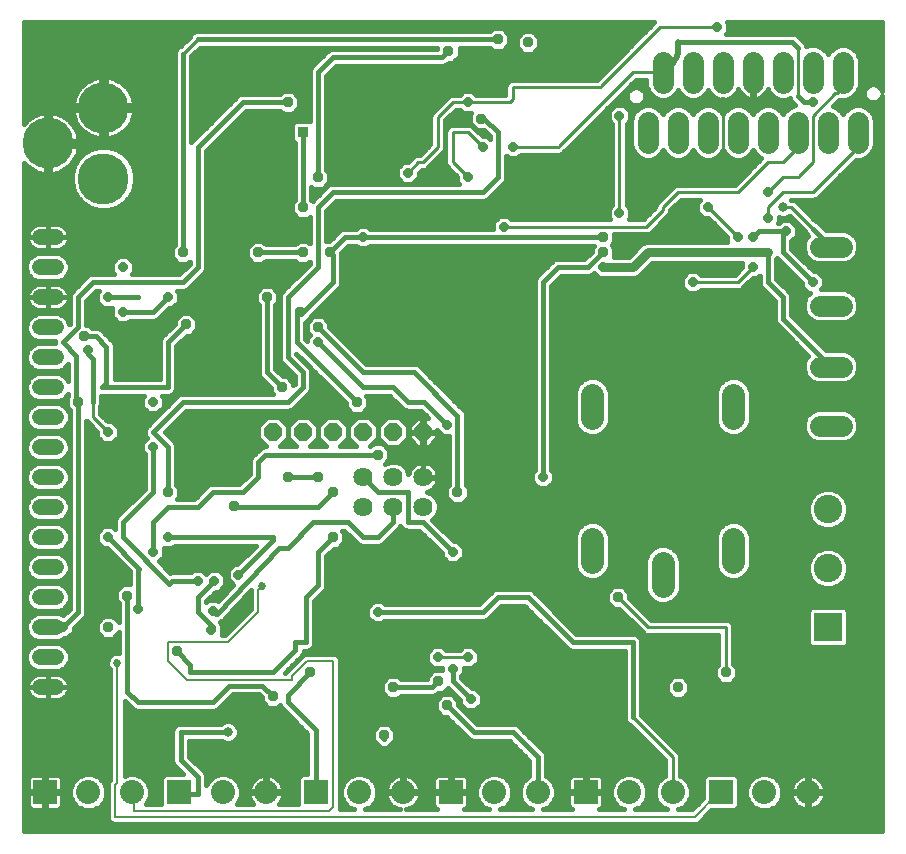
<source format=gbl>
G75*
%MOIN*%
%OFA0B0*%
%FSLAX25Y25*%
%IPPOS*%
%LPD*%
%AMOC8*
5,1,8,0,0,1.08239X$1,22.5*
%
%ADD10OC8,0.06000*%
%ADD11C,0.07087*%
%ADD12C,0.06400*%
%ADD13C,0.17000*%
%ADD14R,0.09500X0.09500*%
%ADD15C,0.09500*%
%ADD16C,0.07050*%
%ADD17C,0.07800*%
%ADD18R,0.08000X0.08000*%
%ADD19C,0.08000*%
%ADD20C,0.05200*%
%ADD21OC8,0.03562*%
%ADD22C,0.01600*%
%ADD23OC8,0.03200*%
%ADD24C,0.01000*%
%ADD25R,0.03562X0.03562*%
%ADD26C,0.03200*%
%ADD27C,0.00800*%
%ADD28C,0.02700*%
%ADD29C,0.02000*%
%ADD30C,0.03000*%
D10*
X0089167Y0136800D03*
X0099167Y0136800D03*
X0109167Y0136800D03*
X0119167Y0136800D03*
X0129167Y0136800D03*
X0139167Y0136800D03*
D11*
X0214167Y0233257D02*
X0214167Y0240343D01*
X0224167Y0240343D02*
X0224167Y0233257D01*
X0234167Y0233257D02*
X0234167Y0240343D01*
X0244167Y0240343D02*
X0244167Y0233257D01*
X0254167Y0233257D02*
X0254167Y0240343D01*
X0264167Y0240343D02*
X0264167Y0233257D01*
X0274167Y0233257D02*
X0274167Y0240343D01*
X0284167Y0240343D02*
X0284167Y0233257D01*
X0279167Y0253257D02*
X0279167Y0260343D01*
X0269167Y0260343D02*
X0269167Y0253257D01*
X0259167Y0253257D02*
X0259167Y0260343D01*
X0249167Y0260343D02*
X0249167Y0253257D01*
X0239167Y0253257D02*
X0239167Y0260343D01*
X0229167Y0260343D02*
X0229167Y0253257D01*
X0219167Y0253257D02*
X0219167Y0260343D01*
D12*
X0139167Y0121800D03*
X0139167Y0111800D03*
X0129167Y0111800D03*
X0119167Y0111800D03*
X0119167Y0121800D03*
X0129167Y0121800D03*
D13*
X0032667Y0221363D03*
X0014163Y0233174D03*
X0032667Y0244985D03*
D14*
X0274167Y0071800D03*
D15*
X0274167Y0091485D03*
X0274167Y0111170D03*
D16*
X0271642Y0138957D02*
X0278692Y0138957D01*
X0278692Y0158643D02*
X0271642Y0158643D01*
X0271642Y0178957D02*
X0278692Y0178957D01*
X0278692Y0198643D02*
X0271642Y0198643D01*
D17*
X0242667Y0149200D02*
X0242667Y0141400D01*
X0242667Y0101200D02*
X0242667Y0093400D01*
X0219167Y0093200D02*
X0219167Y0085400D01*
X0195667Y0093400D02*
X0195667Y0101200D01*
X0195667Y0141400D02*
X0195667Y0149200D01*
D18*
X0193467Y0016800D03*
X0238467Y0016800D03*
X0148467Y0016800D03*
X0103467Y0016800D03*
X0057967Y0016800D03*
X0013167Y0016800D03*
D19*
X0027646Y0016800D03*
X0042126Y0016800D03*
X0072446Y0016800D03*
X0086926Y0016800D03*
X0117946Y0016800D03*
X0132426Y0016800D03*
X0162946Y0016800D03*
X0177426Y0016800D03*
X0207946Y0016800D03*
X0222426Y0016800D03*
X0252946Y0016800D03*
X0267426Y0016800D03*
D20*
X0016767Y0051800D02*
X0011567Y0051800D01*
X0011567Y0061800D02*
X0016767Y0061800D01*
X0016767Y0071800D02*
X0011567Y0071800D01*
X0011567Y0081800D02*
X0016767Y0081800D01*
X0016767Y0091800D02*
X0011567Y0091800D01*
X0011567Y0101800D02*
X0016767Y0101800D01*
X0016767Y0111800D02*
X0011567Y0111800D01*
X0011567Y0121800D02*
X0016767Y0121800D01*
X0016767Y0131800D02*
X0011567Y0131800D01*
X0011567Y0141800D02*
X0016767Y0141800D01*
X0016767Y0151800D02*
X0011567Y0151800D01*
X0011567Y0161800D02*
X0016767Y0161800D01*
X0016767Y0171800D02*
X0011567Y0171800D01*
X0011567Y0181800D02*
X0016767Y0181800D01*
X0016767Y0191800D02*
X0011567Y0191800D01*
X0011567Y0201800D02*
X0016767Y0201800D01*
D21*
X0026167Y0168800D03*
X0024167Y0146800D03*
X0054167Y0116800D03*
X0076167Y0112300D03*
X0094167Y0121800D03*
X0104167Y0121800D03*
X0109167Y0116800D03*
X0109167Y0101800D03*
X0124167Y0129300D03*
X0117167Y0146800D03*
X0092167Y0151800D03*
X0104167Y0171800D03*
X0098167Y0176800D03*
X0087167Y0181800D03*
X0084167Y0196800D03*
X0099167Y0196800D03*
X0108167Y0196800D03*
X0099167Y0211800D03*
X0104167Y0221800D03*
X0094167Y0246800D03*
X0147667Y0263800D03*
X0164167Y0267800D03*
X0174167Y0266800D03*
X0158667Y0241300D03*
X0199167Y0201800D03*
X0199167Y0196800D03*
X0214167Y0201800D03*
X0150667Y0116800D03*
X0204167Y0081800D03*
X0224167Y0051800D03*
X0240167Y0056800D03*
X0147167Y0045800D03*
X0144167Y0053800D03*
X0129167Y0051800D03*
X0126167Y0035800D03*
X0101667Y0056800D03*
X0089167Y0048800D03*
X0057167Y0063800D03*
X0040667Y0082300D03*
X0034167Y0071800D03*
X0060167Y0172800D03*
X0059167Y0196800D03*
D22*
X0006167Y0226681D02*
X0006167Y0003800D01*
X0292088Y0003800D01*
X0292088Y0249013D01*
X0291710Y0248101D01*
X0290866Y0247257D01*
X0289763Y0246800D01*
X0288570Y0246800D01*
X0287467Y0247257D01*
X0286623Y0248101D01*
X0286167Y0249203D01*
X0286167Y0250397D01*
X0286623Y0251499D01*
X0287467Y0252343D01*
X0288570Y0252800D01*
X0289763Y0252800D01*
X0290866Y0252343D01*
X0291710Y0251499D01*
X0292088Y0250587D01*
X0292088Y0273501D01*
X0240557Y0273501D01*
X0240767Y0273291D01*
X0240767Y0270309D01*
X0240058Y0269600D01*
X0262724Y0269600D01*
X0263753Y0269174D01*
X0266540Y0266386D01*
X0266940Y0265421D01*
X0268064Y0265887D01*
X0270269Y0265887D01*
X0272307Y0265043D01*
X0273866Y0263483D01*
X0274167Y0262758D01*
X0274467Y0263483D01*
X0276027Y0265043D01*
X0278064Y0265887D01*
X0280269Y0265887D01*
X0282307Y0265043D01*
X0283866Y0263483D01*
X0284710Y0261446D01*
X0284710Y0252154D01*
X0283866Y0250117D01*
X0282307Y0248557D01*
X0280269Y0247713D01*
X0278447Y0247713D01*
X0277881Y0247479D01*
X0275990Y0245588D01*
X0277307Y0245043D01*
X0278866Y0243483D01*
X0279167Y0242758D01*
X0279467Y0243483D01*
X0281027Y0245043D01*
X0283064Y0245887D01*
X0285269Y0245887D01*
X0287307Y0245043D01*
X0288866Y0243483D01*
X0289710Y0241446D01*
X0289710Y0232154D01*
X0288866Y0230117D01*
X0287307Y0228557D01*
X0285269Y0227713D01*
X0283616Y0227713D01*
X0270583Y0214681D01*
X0269664Y0214300D01*
X0261758Y0214300D01*
X0261758Y0214300D01*
X0262506Y0214300D01*
X0263425Y0213919D01*
X0270028Y0207316D01*
X0270753Y0207016D01*
X0273601Y0204168D01*
X0279791Y0204168D01*
X0281821Y0203326D01*
X0283376Y0201772D01*
X0284217Y0199742D01*
X0284217Y0197544D01*
X0283376Y0195513D01*
X0281821Y0193959D01*
X0279791Y0193118D01*
X0270543Y0193118D01*
X0268512Y0193959D01*
X0266958Y0195513D01*
X0266117Y0197544D01*
X0266117Y0199742D01*
X0266958Y0201772D01*
X0267518Y0202332D01*
X0266793Y0203056D01*
X0266493Y0203781D01*
X0261366Y0208908D01*
X0261206Y0208748D01*
X0259883Y0208200D01*
X0258451Y0208200D01*
X0257767Y0208483D01*
X0257767Y0206809D01*
X0257558Y0206600D01*
X0257875Y0206600D01*
X0258675Y0207400D01*
X0261658Y0207400D01*
X0263767Y0205291D01*
X0263767Y0202309D01*
X0261967Y0200509D01*
X0261967Y0197960D01*
X0269526Y0190400D01*
X0270658Y0190400D01*
X0272767Y0188291D01*
X0272767Y0185309D01*
X0271940Y0184482D01*
X0279791Y0184482D01*
X0281821Y0183641D01*
X0283376Y0182087D01*
X0284217Y0180056D01*
X0284217Y0177858D01*
X0283376Y0175828D01*
X0281821Y0174274D01*
X0279791Y0173432D01*
X0270543Y0173432D01*
X0268512Y0174274D01*
X0266958Y0175828D01*
X0266117Y0177858D01*
X0266117Y0180056D01*
X0266958Y0182087D01*
X0268071Y0183200D01*
X0267675Y0183200D01*
X0265567Y0185309D01*
X0265567Y0186440D01*
X0257581Y0194426D01*
X0257150Y0194857D01*
X0257134Y0194817D01*
X0256967Y0194650D01*
X0256967Y0187960D01*
X0260753Y0184174D01*
X0261540Y0183386D01*
X0261967Y0182357D01*
X0261967Y0175802D01*
X0273601Y0164168D01*
X0279791Y0164168D01*
X0281821Y0163326D01*
X0283376Y0161772D01*
X0284217Y0159742D01*
X0284217Y0157544D01*
X0283376Y0155513D01*
X0281821Y0153959D01*
X0279791Y0153118D01*
X0270543Y0153118D01*
X0268512Y0153959D01*
X0266958Y0155513D01*
X0266117Y0157544D01*
X0266117Y0159742D01*
X0266958Y0161772D01*
X0267518Y0162332D01*
X0256793Y0173056D01*
X0256367Y0174086D01*
X0256367Y0180640D01*
X0251793Y0185214D01*
X0251367Y0186243D01*
X0251367Y0188909D01*
X0250658Y0188200D01*
X0249102Y0188200D01*
X0246286Y0185384D01*
X0245583Y0184681D01*
X0244664Y0184300D01*
X0231758Y0184300D01*
X0230658Y0183200D01*
X0227675Y0183200D01*
X0225567Y0185309D01*
X0225567Y0188291D01*
X0227675Y0190400D01*
X0230658Y0190400D01*
X0231758Y0189300D01*
X0243131Y0189300D01*
X0245567Y0191736D01*
X0245567Y0193291D01*
X0245576Y0193300D01*
X0215616Y0193300D01*
X0212134Y0189817D01*
X0212134Y0189817D01*
X0211149Y0188833D01*
X0209863Y0188300D01*
X0200758Y0188300D01*
X0200658Y0188200D01*
X0197675Y0188200D01*
X0196101Y0189775D01*
X0195753Y0189426D01*
X0194724Y0189000D01*
X0185326Y0189000D01*
X0181967Y0185640D01*
X0181967Y0124091D01*
X0182767Y0123291D01*
X0182767Y0120309D01*
X0180658Y0118200D01*
X0177675Y0118200D01*
X0175567Y0120309D01*
X0175567Y0123291D01*
X0176367Y0124091D01*
X0176367Y0187357D01*
X0176793Y0188386D01*
X0177581Y0189174D01*
X0182581Y0194174D01*
X0183610Y0194600D01*
X0193007Y0194600D01*
X0195386Y0196979D01*
X0195386Y0198366D01*
X0196019Y0199000D01*
X0121458Y0199000D01*
X0120658Y0198200D01*
X0117675Y0198200D01*
X0116875Y0199000D01*
X0114326Y0199000D01*
X0111948Y0196621D01*
X0111948Y0196403D01*
X0111967Y0196357D01*
X0111967Y0186243D01*
X0111540Y0185214D01*
X0110753Y0184426D01*
X0110753Y0184426D01*
X0101948Y0175621D01*
X0101948Y0175234D01*
X0099967Y0173253D01*
X0099967Y0167960D01*
X0100567Y0167360D01*
X0100567Y0168291D01*
X0101447Y0169172D01*
X0100386Y0170234D01*
X0100386Y0173366D01*
X0102600Y0175581D01*
X0105733Y0175581D01*
X0107948Y0173366D01*
X0107948Y0171979D01*
X0120326Y0159600D01*
X0136724Y0159600D01*
X0137753Y0159174D01*
X0153040Y0143886D01*
X0153467Y0142857D01*
X0153467Y0119347D01*
X0154448Y0118366D01*
X0154448Y0115234D01*
X0152233Y0113019D01*
X0149100Y0113019D01*
X0146886Y0115234D01*
X0146886Y0118366D01*
X0147867Y0119347D01*
X0147867Y0135700D01*
X0145675Y0135700D01*
X0143967Y0137409D01*
X0143967Y0137000D01*
X0139367Y0137000D01*
X0139367Y0136600D01*
X0143967Y0136600D01*
X0143967Y0134812D01*
X0141155Y0132000D01*
X0139367Y0132000D01*
X0139367Y0136600D01*
X0138967Y0136600D01*
X0138967Y0132000D01*
X0137178Y0132000D01*
X0134367Y0134812D01*
X0134367Y0136600D01*
X0138967Y0136600D01*
X0138967Y0137000D01*
X0138967Y0141600D01*
X0137178Y0141600D01*
X0134367Y0138788D01*
X0134367Y0137000D01*
X0138967Y0137000D01*
X0139367Y0137000D01*
X0139367Y0141600D01*
X0140907Y0141600D01*
X0138507Y0144000D01*
X0133610Y0144000D01*
X0132581Y0144426D01*
X0131793Y0145214D01*
X0131793Y0145214D01*
X0128007Y0149000D01*
X0120314Y0149000D01*
X0120948Y0148366D01*
X0120948Y0145234D01*
X0118733Y0143019D01*
X0115600Y0143019D01*
X0113386Y0145234D01*
X0113386Y0146621D01*
X0096967Y0163040D01*
X0096967Y0162960D01*
X0100753Y0159174D01*
X0100753Y0159174D01*
X0101540Y0158386D01*
X0101967Y0157357D01*
X0101967Y0151243D01*
X0101540Y0150214D01*
X0096540Y0145214D01*
X0096540Y0145214D01*
X0095753Y0144426D01*
X0094724Y0144000D01*
X0060326Y0144000D01*
X0053126Y0136800D01*
X0056540Y0133386D01*
X0056967Y0132357D01*
X0056967Y0119347D01*
X0057948Y0118366D01*
X0057948Y0115234D01*
X0057314Y0114600D01*
X0063007Y0114600D01*
X0067581Y0119174D01*
X0068610Y0119600D01*
X0078007Y0119600D01*
X0081367Y0122960D01*
X0081367Y0127357D01*
X0081793Y0128386D01*
X0082581Y0129174D01*
X0085081Y0131674D01*
X0086110Y0132100D01*
X0086796Y0132100D01*
X0084167Y0134729D01*
X0084167Y0138871D01*
X0087096Y0141800D01*
X0091238Y0141800D01*
X0094167Y0138871D01*
X0094167Y0134729D01*
X0096796Y0132100D01*
X0091538Y0132100D01*
X0094167Y0134729D01*
X0094167Y0138871D01*
X0097096Y0141800D01*
X0101238Y0141800D01*
X0104167Y0138871D01*
X0104167Y0134729D01*
X0106796Y0132100D01*
X0101538Y0132100D01*
X0104167Y0134729D01*
X0104167Y0138871D01*
X0107096Y0141800D01*
X0111238Y0141800D01*
X0114167Y0138871D01*
X0114167Y0134729D01*
X0116796Y0132100D01*
X0111538Y0132100D01*
X0114167Y0134729D01*
X0114167Y0138871D01*
X0117096Y0141800D01*
X0121238Y0141800D01*
X0124167Y0138871D01*
X0124167Y0134729D01*
X0127096Y0131800D01*
X0131238Y0131800D01*
X0134167Y0134729D01*
X0134167Y0138871D01*
X0131238Y0141800D01*
X0127096Y0141800D01*
X0124167Y0138871D01*
X0124167Y0134729D01*
X0121538Y0132100D01*
X0121619Y0132100D01*
X0122600Y0133081D01*
X0125733Y0133081D01*
X0127948Y0130866D01*
X0127948Y0127734D01*
X0126565Y0126351D01*
X0128132Y0127000D01*
X0130201Y0127000D01*
X0132112Y0126208D01*
X0133575Y0124746D01*
X0134299Y0122998D01*
X0134533Y0123719D01*
X0134890Y0124421D01*
X0135353Y0125057D01*
X0135909Y0125614D01*
X0136546Y0126076D01*
X0137247Y0126434D01*
X0137996Y0126677D01*
X0138773Y0126800D01*
X0139081Y0126800D01*
X0139081Y0121886D01*
X0139252Y0121886D01*
X0139252Y0126800D01*
X0139560Y0126800D01*
X0140337Y0126677D01*
X0141086Y0126434D01*
X0141787Y0126076D01*
X0142424Y0125614D01*
X0142980Y0125057D01*
X0143443Y0124421D01*
X0143800Y0123719D01*
X0144044Y0122971D01*
X0144167Y0122194D01*
X0144167Y0121886D01*
X0139253Y0121886D01*
X0139253Y0121714D01*
X0144167Y0121714D01*
X0144167Y0121406D01*
X0144044Y0120629D01*
X0143800Y0119881D01*
X0143443Y0119179D01*
X0142980Y0118543D01*
X0142424Y0117986D01*
X0141787Y0117524D01*
X0141086Y0117166D01*
X0140365Y0116932D01*
X0142112Y0116208D01*
X0143575Y0114746D01*
X0144367Y0112834D01*
X0144367Y0110766D01*
X0143575Y0108854D01*
X0142323Y0107603D01*
X0149526Y0100400D01*
X0150658Y0100400D01*
X0152767Y0098291D01*
X0152767Y0095309D01*
X0150658Y0093200D01*
X0147675Y0093200D01*
X0145567Y0095309D01*
X0145567Y0096440D01*
X0138007Y0104000D01*
X0133610Y0104000D01*
X0132581Y0104426D01*
X0131793Y0105214D01*
X0131667Y0105519D01*
X0131540Y0105214D01*
X0130753Y0104426D01*
X0125753Y0099426D01*
X0124724Y0099000D01*
X0118610Y0099000D01*
X0117581Y0099426D01*
X0116793Y0100214D01*
X0113007Y0104000D01*
X0112314Y0104000D01*
X0112948Y0103366D01*
X0112948Y0100234D01*
X0110733Y0098019D01*
X0109345Y0098019D01*
X0106967Y0095640D01*
X0106967Y0085243D01*
X0106540Y0084214D01*
X0105753Y0083426D01*
X0105753Y0083426D01*
X0102967Y0080640D01*
X0102967Y0066243D01*
X0102540Y0065214D01*
X0101753Y0064426D01*
X0100724Y0064000D01*
X0099467Y0064000D01*
X0099467Y0063743D01*
X0099040Y0062714D01*
X0093026Y0056700D01*
X0093295Y0056700D01*
X0093382Y0056909D01*
X0098382Y0061909D01*
X0099057Y0062585D01*
X0099939Y0062950D01*
X0109644Y0062950D01*
X0110526Y0062585D01*
X0111201Y0061909D01*
X0111567Y0061027D01*
X0111567Y0011323D01*
X0111464Y0011075D01*
X0116089Y0011075D01*
X0114547Y0011713D01*
X0112860Y0013401D01*
X0111946Y0015607D01*
X0111946Y0017993D01*
X0112860Y0020199D01*
X0114547Y0021887D01*
X0116753Y0022800D01*
X0119140Y0022800D01*
X0121345Y0021887D01*
X0123033Y0020199D01*
X0123946Y0017993D01*
X0123946Y0015607D01*
X0123033Y0013401D01*
X0121345Y0011713D01*
X0119804Y0011075D01*
X0131496Y0011075D01*
X0131068Y0011143D01*
X0130199Y0011425D01*
X0129386Y0011839D01*
X0128647Y0012376D01*
X0128002Y0013022D01*
X0127465Y0013760D01*
X0127051Y0014574D01*
X0126769Y0015442D01*
X0126626Y0016344D01*
X0126626Y0016419D01*
X0132045Y0016419D01*
X0132045Y0017181D01*
X0132045Y0022600D01*
X0131969Y0022600D01*
X0131068Y0022457D01*
X0130199Y0022175D01*
X0129386Y0021761D01*
X0128647Y0021224D01*
X0128002Y0020578D01*
X0127465Y0019840D01*
X0127051Y0019026D01*
X0126769Y0018158D01*
X0126626Y0017256D01*
X0126626Y0017181D01*
X0132045Y0017181D01*
X0132807Y0017181D01*
X0138226Y0017181D01*
X0138226Y0017256D01*
X0138083Y0018158D01*
X0137801Y0019026D01*
X0137386Y0019840D01*
X0136850Y0020578D01*
X0136204Y0021224D01*
X0135466Y0021761D01*
X0134652Y0022175D01*
X0133784Y0022457D01*
X0132882Y0022600D01*
X0132807Y0022600D01*
X0132807Y0017181D01*
X0132807Y0016419D01*
X0138226Y0016419D01*
X0138226Y0016344D01*
X0138083Y0015442D01*
X0137801Y0014574D01*
X0137386Y0013760D01*
X0136850Y0013022D01*
X0136204Y0012376D01*
X0135466Y0011839D01*
X0134652Y0011425D01*
X0133784Y0011143D01*
X0133356Y0011075D01*
X0143950Y0011075D01*
X0143772Y0011123D01*
X0143361Y0011360D01*
X0143026Y0011695D01*
X0142789Y0012105D01*
X0142667Y0012563D01*
X0142667Y0016419D01*
X0148085Y0016419D01*
X0148085Y0017181D01*
X0142667Y0017181D01*
X0142667Y0021037D01*
X0142789Y0021495D01*
X0143026Y0021905D01*
X0143361Y0022240D01*
X0143772Y0022477D01*
X0144230Y0022600D01*
X0148086Y0022600D01*
X0148086Y0017181D01*
X0148848Y0017181D01*
X0154267Y0017181D01*
X0154267Y0021037D01*
X0154144Y0021495D01*
X0153907Y0021905D01*
X0153572Y0022240D01*
X0153161Y0022477D01*
X0152704Y0022600D01*
X0148848Y0022600D01*
X0148848Y0017181D01*
X0148848Y0016419D01*
X0154267Y0016419D01*
X0154267Y0012563D01*
X0154144Y0012105D01*
X0153907Y0011695D01*
X0153572Y0011360D01*
X0153161Y0011123D01*
X0152983Y0011075D01*
X0161089Y0011075D01*
X0159547Y0011713D01*
X0157860Y0013401D01*
X0156946Y0015607D01*
X0156946Y0017993D01*
X0157860Y0020199D01*
X0159547Y0021887D01*
X0161753Y0022800D01*
X0164140Y0022800D01*
X0166345Y0021887D01*
X0168033Y0020199D01*
X0168946Y0017993D01*
X0168946Y0015607D01*
X0168033Y0013401D01*
X0166345Y0011713D01*
X0164804Y0011075D01*
X0175568Y0011075D01*
X0174027Y0011713D01*
X0172339Y0013401D01*
X0171426Y0015607D01*
X0171426Y0017993D01*
X0172339Y0020199D01*
X0174027Y0021887D01*
X0174626Y0022135D01*
X0174626Y0027381D01*
X0168007Y0034000D01*
X0155610Y0034000D01*
X0154581Y0034426D01*
X0153793Y0035214D01*
X0146988Y0042019D01*
X0145600Y0042019D01*
X0143386Y0044234D01*
X0143386Y0047366D01*
X0145600Y0049581D01*
X0148733Y0049581D01*
X0150948Y0047366D01*
X0150948Y0045979D01*
X0157326Y0039600D01*
X0169724Y0039600D01*
X0170753Y0039174D01*
X0179012Y0030915D01*
X0179799Y0030127D01*
X0180226Y0029098D01*
X0180226Y0022135D01*
X0180824Y0021887D01*
X0182512Y0020199D01*
X0183426Y0017993D01*
X0183426Y0015607D01*
X0182512Y0013401D01*
X0180824Y0011713D01*
X0179283Y0011075D01*
X0188950Y0011075D01*
X0188772Y0011123D01*
X0188361Y0011360D01*
X0188026Y0011695D01*
X0187789Y0012105D01*
X0187667Y0012563D01*
X0187667Y0016419D01*
X0193085Y0016419D01*
X0193085Y0017181D01*
X0187667Y0017181D01*
X0187667Y0021037D01*
X0187789Y0021495D01*
X0188026Y0021905D01*
X0188361Y0022240D01*
X0188772Y0022477D01*
X0189230Y0022600D01*
X0193086Y0022600D01*
X0193086Y0017181D01*
X0193848Y0017181D01*
X0199267Y0017181D01*
X0199267Y0021037D01*
X0199144Y0021495D01*
X0198907Y0021905D01*
X0198572Y0022240D01*
X0198161Y0022477D01*
X0197704Y0022600D01*
X0193848Y0022600D01*
X0193848Y0017181D01*
X0193848Y0016419D01*
X0199267Y0016419D01*
X0199267Y0012563D01*
X0199144Y0012105D01*
X0198907Y0011695D01*
X0198572Y0011360D01*
X0198161Y0011123D01*
X0197983Y0011075D01*
X0206089Y0011075D01*
X0204547Y0011713D01*
X0202860Y0013401D01*
X0201946Y0015607D01*
X0201946Y0017993D01*
X0202860Y0020199D01*
X0204547Y0021887D01*
X0206753Y0022800D01*
X0209140Y0022800D01*
X0211345Y0021887D01*
X0213033Y0020199D01*
X0213946Y0017993D01*
X0213946Y0015607D01*
X0213033Y0013401D01*
X0211345Y0011713D01*
X0209804Y0011075D01*
X0220568Y0011075D01*
X0219027Y0011713D01*
X0217339Y0013401D01*
X0216426Y0015607D01*
X0216426Y0017993D01*
X0217339Y0020199D01*
X0219027Y0021887D01*
X0219926Y0022259D01*
X0219926Y0027505D01*
X0208305Y0039126D01*
X0207581Y0039426D01*
X0206793Y0040214D01*
X0206367Y0041243D01*
X0206367Y0064000D01*
X0188610Y0064000D01*
X0187581Y0064426D01*
X0173007Y0079000D01*
X0165326Y0079000D01*
X0161540Y0075214D01*
X0160753Y0074426D01*
X0159724Y0074000D01*
X0126458Y0074000D01*
X0125658Y0073200D01*
X0122675Y0073200D01*
X0120567Y0075309D01*
X0120567Y0078291D01*
X0122675Y0080400D01*
X0125658Y0080400D01*
X0126458Y0079600D01*
X0158007Y0079600D01*
X0162581Y0084174D01*
X0163610Y0084600D01*
X0174724Y0084600D01*
X0175753Y0084174D01*
X0176540Y0083386D01*
X0190326Y0069600D01*
X0209724Y0069600D01*
X0210753Y0069174D01*
X0211540Y0068386D01*
X0211967Y0067357D01*
X0211967Y0042536D01*
X0223842Y0030660D01*
X0224545Y0029957D01*
X0224926Y0029038D01*
X0224926Y0022259D01*
X0225824Y0021887D01*
X0227512Y0020199D01*
X0228426Y0017993D01*
X0228426Y0015607D01*
X0227512Y0013401D01*
X0225824Y0011713D01*
X0224283Y0011075D01*
X0228798Y0011075D01*
X0232467Y0014744D01*
X0232467Y0021628D01*
X0233638Y0022800D01*
X0243295Y0022800D01*
X0244467Y0021628D01*
X0244467Y0011972D01*
X0243295Y0010800D01*
X0235311Y0010800D01*
X0231151Y0006640D01*
X0230269Y0006275D01*
X0036189Y0006275D01*
X0035307Y0006640D01*
X0034632Y0007316D01*
X0034267Y0008198D01*
X0034267Y0019777D01*
X0034632Y0020659D01*
X0034892Y0020919D01*
X0034892Y0057587D01*
X0034452Y0058027D01*
X0033942Y0059259D01*
X0033942Y0060591D01*
X0034452Y0061823D01*
X0035394Y0062765D01*
X0036625Y0063275D01*
X0037867Y0063275D01*
X0037867Y0070153D01*
X0035733Y0068019D01*
X0032600Y0068019D01*
X0030386Y0070234D01*
X0030386Y0073366D01*
X0032600Y0075581D01*
X0035733Y0075581D01*
X0037867Y0073447D01*
X0037867Y0079753D01*
X0036886Y0080734D01*
X0036886Y0083866D01*
X0039100Y0086081D01*
X0041367Y0086081D01*
X0041367Y0090640D01*
X0033807Y0098200D01*
X0032675Y0098200D01*
X0030567Y0100309D01*
X0030567Y0103291D01*
X0032675Y0105400D01*
X0035658Y0105400D01*
X0036367Y0104691D01*
X0036367Y0107357D01*
X0036793Y0108386D01*
X0037581Y0109174D01*
X0037581Y0109174D01*
X0046367Y0117960D01*
X0046367Y0129509D01*
X0045567Y0130309D01*
X0045567Y0133291D01*
X0047141Y0134866D01*
X0046793Y0135214D01*
X0046367Y0136243D01*
X0046367Y0137357D01*
X0046793Y0138386D01*
X0047581Y0139174D01*
X0047581Y0139174D01*
X0056793Y0148386D01*
X0056793Y0148386D01*
X0057581Y0149174D01*
X0058610Y0149600D01*
X0089019Y0149600D01*
X0088386Y0150234D01*
X0088386Y0151621D01*
X0084793Y0155214D01*
X0084367Y0156243D01*
X0084367Y0179253D01*
X0083386Y0180234D01*
X0083386Y0183366D01*
X0085600Y0185581D01*
X0088733Y0185581D01*
X0090948Y0183366D01*
X0090948Y0180234D01*
X0089967Y0179253D01*
X0089967Y0157960D01*
X0092345Y0155581D01*
X0093733Y0155581D01*
X0095948Y0153366D01*
X0095948Y0152541D01*
X0096367Y0152960D01*
X0096367Y0155640D01*
X0091793Y0160214D01*
X0091367Y0161243D01*
X0091367Y0182357D01*
X0091793Y0183386D01*
X0101367Y0192960D01*
X0101367Y0193653D01*
X0100733Y0193019D01*
X0097600Y0193019D01*
X0096619Y0194000D01*
X0086714Y0194000D01*
X0085733Y0193019D01*
X0082600Y0193019D01*
X0080386Y0195234D01*
X0080386Y0198366D01*
X0082600Y0200581D01*
X0085733Y0200581D01*
X0086714Y0199600D01*
X0096619Y0199600D01*
X0097600Y0200581D01*
X0100733Y0200581D01*
X0101367Y0199947D01*
X0101367Y0208653D01*
X0100733Y0208019D01*
X0097600Y0208019D01*
X0095386Y0210234D01*
X0095386Y0213366D01*
X0096367Y0214347D01*
X0096367Y0233209D01*
X0095386Y0234190D01*
X0095386Y0239410D01*
X0096557Y0240581D01*
X0101367Y0240581D01*
X0101367Y0257357D01*
X0101793Y0258386D01*
X0106793Y0263386D01*
X0107581Y0264174D01*
X0108610Y0264600D01*
X0143886Y0264600D01*
X0143886Y0265000D01*
X0064902Y0265000D01*
X0061967Y0262064D01*
X0061967Y0233560D01*
X0076793Y0248386D01*
X0077581Y0249174D01*
X0078610Y0249600D01*
X0091619Y0249600D01*
X0092600Y0250581D01*
X0095733Y0250581D01*
X0097948Y0248366D01*
X0097948Y0245234D01*
X0095733Y0243019D01*
X0092600Y0243019D01*
X0091619Y0244000D01*
X0080326Y0244000D01*
X0066967Y0230640D01*
X0066967Y0191243D01*
X0066540Y0190214D01*
X0065753Y0189426D01*
X0060753Y0184426D01*
X0059724Y0184000D01*
X0057058Y0184000D01*
X0057767Y0183291D01*
X0057767Y0180309D01*
X0055658Y0178200D01*
X0054526Y0178200D01*
X0051540Y0175214D01*
X0050753Y0174426D01*
X0049724Y0174000D01*
X0041458Y0174000D01*
X0040658Y0173200D01*
X0037675Y0173200D01*
X0035567Y0175309D01*
X0035567Y0178200D01*
X0032675Y0178200D01*
X0030567Y0180309D01*
X0030567Y0183291D01*
X0031276Y0184000D01*
X0030326Y0184000D01*
X0026967Y0180640D01*
X0026967Y0172581D01*
X0027733Y0172581D01*
X0028714Y0171600D01*
X0030724Y0171600D01*
X0031753Y0171174D01*
X0032540Y0170386D01*
X0036040Y0166886D01*
X0036467Y0165857D01*
X0036467Y0154600D01*
X0051367Y0154600D01*
X0051367Y0167357D01*
X0051793Y0168386D01*
X0056386Y0172979D01*
X0056386Y0174366D01*
X0058600Y0176581D01*
X0061733Y0176581D01*
X0063948Y0174366D01*
X0063948Y0171234D01*
X0061733Y0169019D01*
X0060345Y0169019D01*
X0056967Y0165640D01*
X0056967Y0151243D01*
X0056540Y0150214D01*
X0055753Y0149426D01*
X0054724Y0149000D01*
X0052058Y0149000D01*
X0052767Y0148291D01*
X0052767Y0145309D01*
X0050658Y0143200D01*
X0047675Y0143200D01*
X0045567Y0145309D01*
X0045567Y0148291D01*
X0046276Y0149000D01*
X0031967Y0149000D01*
X0031967Y0146243D01*
X0031667Y0145519D01*
X0031667Y0142836D01*
X0034102Y0140400D01*
X0035658Y0140400D01*
X0037767Y0138291D01*
X0037767Y0135309D01*
X0035658Y0133200D01*
X0032675Y0133200D01*
X0030567Y0135309D01*
X0030567Y0136864D01*
X0027047Y0140384D01*
X0026967Y0140578D01*
X0026967Y0076243D01*
X0026540Y0075214D01*
X0025753Y0074426D01*
X0022767Y0071440D01*
X0022767Y0070309D01*
X0020658Y0068200D01*
X0019672Y0068200D01*
X0019372Y0067900D01*
X0017682Y0067200D01*
X0010652Y0067200D01*
X0008961Y0067900D01*
X0007667Y0069194D01*
X0006967Y0070885D01*
X0006967Y0072715D01*
X0007667Y0074406D01*
X0008961Y0075700D01*
X0010652Y0076400D01*
X0017682Y0076400D01*
X0019184Y0075778D01*
X0021367Y0077960D01*
X0021367Y0144253D01*
X0020386Y0145234D01*
X0020386Y0148366D01*
X0020867Y0148847D01*
X0020867Y0149678D01*
X0020666Y0149194D01*
X0019372Y0147900D01*
X0017682Y0147200D01*
X0010652Y0147200D01*
X0008961Y0147900D01*
X0007667Y0149194D01*
X0006967Y0150885D01*
X0006967Y0152715D01*
X0007667Y0154406D01*
X0008961Y0155700D01*
X0010652Y0156400D01*
X0017682Y0156400D01*
X0019372Y0155700D01*
X0020666Y0154406D01*
X0020867Y0153922D01*
X0020867Y0159678D01*
X0020666Y0159194D01*
X0019372Y0157900D01*
X0017682Y0157200D01*
X0010652Y0157200D01*
X0008961Y0157900D01*
X0007667Y0159194D01*
X0006967Y0160885D01*
X0006967Y0162715D01*
X0007667Y0164406D01*
X0008961Y0165700D01*
X0010652Y0166400D01*
X0016367Y0166400D01*
X0016367Y0167200D01*
X0010652Y0167200D01*
X0008961Y0167900D01*
X0007667Y0169194D01*
X0006967Y0170885D01*
X0006967Y0172715D01*
X0007667Y0174406D01*
X0008961Y0175700D01*
X0010652Y0176400D01*
X0017682Y0176400D01*
X0019372Y0175700D01*
X0020666Y0174406D01*
X0021295Y0172888D01*
X0021367Y0172960D01*
X0021367Y0182357D01*
X0021793Y0183386D01*
X0022581Y0184174D01*
X0022581Y0184174D01*
X0027581Y0189174D01*
X0028610Y0189600D01*
X0036276Y0189600D01*
X0035567Y0190309D01*
X0035567Y0193291D01*
X0037675Y0195400D01*
X0040658Y0195400D01*
X0042767Y0193291D01*
X0042767Y0190309D01*
X0042058Y0189600D01*
X0058007Y0189600D01*
X0061367Y0192960D01*
X0061367Y0193653D01*
X0060733Y0193019D01*
X0057600Y0193019D01*
X0055386Y0195234D01*
X0055386Y0198366D01*
X0056367Y0199347D01*
X0056367Y0263357D01*
X0056793Y0264386D01*
X0057581Y0265174D01*
X0058305Y0265474D01*
X0061493Y0268662D01*
X0061793Y0269386D01*
X0062581Y0270174D01*
X0063610Y0270600D01*
X0161619Y0270600D01*
X0162600Y0271581D01*
X0165733Y0271581D01*
X0167948Y0269366D01*
X0167948Y0266234D01*
X0165733Y0264019D01*
X0162600Y0264019D01*
X0161619Y0265000D01*
X0151448Y0265000D01*
X0151448Y0262234D01*
X0149233Y0260019D01*
X0147845Y0260019D01*
X0147253Y0259426D01*
X0146224Y0259000D01*
X0110326Y0259000D01*
X0106967Y0255640D01*
X0106967Y0224347D01*
X0107948Y0223366D01*
X0107948Y0220234D01*
X0105733Y0218019D01*
X0102600Y0218019D01*
X0101967Y0218653D01*
X0101967Y0214347D01*
X0102360Y0213954D01*
X0102581Y0214174D01*
X0107581Y0219174D01*
X0108610Y0219600D01*
X0151276Y0219600D01*
X0150567Y0220309D01*
X0150567Y0221864D01*
X0147751Y0224681D01*
X0147047Y0225384D01*
X0146667Y0226303D01*
X0146667Y0237297D01*
X0147047Y0238216D01*
X0147751Y0238919D01*
X0148669Y0239300D01*
X0154664Y0239300D01*
X0155583Y0238919D01*
X0156286Y0238216D01*
X0159102Y0235400D01*
X0160658Y0235400D01*
X0161367Y0234691D01*
X0161367Y0235640D01*
X0159488Y0237519D01*
X0157100Y0237519D01*
X0154886Y0239734D01*
X0154886Y0242866D01*
X0155219Y0243200D01*
X0152675Y0243200D01*
X0151576Y0244300D01*
X0150202Y0244300D01*
X0146667Y0240764D01*
X0146667Y0231303D01*
X0146286Y0230384D01*
X0141286Y0225384D01*
X0141286Y0225384D01*
X0140583Y0224681D01*
X0139664Y0224300D01*
X0138702Y0224300D01*
X0137767Y0223364D01*
X0137767Y0221809D01*
X0135658Y0219700D01*
X0132675Y0219700D01*
X0130567Y0221809D01*
X0130567Y0224791D01*
X0132675Y0226900D01*
X0134231Y0226900D01*
X0136251Y0228919D01*
X0137169Y0229300D01*
X0138131Y0229300D01*
X0141667Y0232836D01*
X0141667Y0242297D01*
X0142047Y0243216D01*
X0142751Y0243919D01*
X0147751Y0248919D01*
X0148669Y0249300D01*
X0151576Y0249300D01*
X0152675Y0250400D01*
X0155658Y0250400D01*
X0156758Y0249300D01*
X0166667Y0249300D01*
X0166667Y0252297D01*
X0167047Y0253216D01*
X0167751Y0253919D01*
X0168669Y0254300D01*
X0197131Y0254300D01*
X0216332Y0273501D01*
X0006167Y0273501D01*
X0006167Y0239667D01*
X0006470Y0240048D01*
X0007289Y0240866D01*
X0008193Y0241588D01*
X0009173Y0242203D01*
X0010215Y0242705D01*
X0011307Y0243087D01*
X0012435Y0243344D01*
X0013363Y0243449D01*
X0013363Y0233974D01*
X0014963Y0233974D01*
X0024438Y0233974D01*
X0024333Y0234902D01*
X0024076Y0236030D01*
X0023694Y0237122D01*
X0023192Y0238164D01*
X0022576Y0239144D01*
X0021855Y0240048D01*
X0021037Y0240866D01*
X0020132Y0241588D01*
X0019153Y0242203D01*
X0018111Y0242705D01*
X0017019Y0243087D01*
X0015891Y0243344D01*
X0014963Y0243449D01*
X0014963Y0233974D01*
X0014963Y0232374D01*
X0024438Y0232374D01*
X0024333Y0231446D01*
X0024076Y0230318D01*
X0023694Y0229226D01*
X0023192Y0228184D01*
X0022576Y0227204D01*
X0021855Y0226300D01*
X0021037Y0225482D01*
X0020132Y0224760D01*
X0019153Y0224145D01*
X0018111Y0223643D01*
X0017019Y0223261D01*
X0015891Y0223004D01*
X0014963Y0222899D01*
X0014963Y0232374D01*
X0013363Y0232374D01*
X0013363Y0222899D01*
X0012435Y0223004D01*
X0011307Y0223261D01*
X0010215Y0223643D01*
X0009173Y0224145D01*
X0008193Y0224760D01*
X0007289Y0225482D01*
X0006470Y0226300D01*
X0006167Y0226681D01*
X0006167Y0225592D02*
X0007179Y0225592D01*
X0006167Y0223993D02*
X0009488Y0223993D01*
X0006167Y0222395D02*
X0022167Y0222395D01*
X0022167Y0222745D02*
X0022167Y0219981D01*
X0022882Y0217310D01*
X0024265Y0214916D01*
X0026220Y0212961D01*
X0028614Y0211579D01*
X0031284Y0210863D01*
X0034049Y0210863D01*
X0036720Y0211579D01*
X0039114Y0212961D01*
X0041069Y0214916D01*
X0042451Y0217310D01*
X0043167Y0219981D01*
X0043167Y0222745D01*
X0042451Y0225416D01*
X0041069Y0227810D01*
X0039114Y0229765D01*
X0036720Y0231147D01*
X0034049Y0231863D01*
X0031284Y0231863D01*
X0028614Y0231147D01*
X0026220Y0229765D01*
X0024265Y0227810D01*
X0022882Y0225416D01*
X0022167Y0222745D01*
X0022501Y0223993D02*
X0018837Y0223993D01*
X0021147Y0225592D02*
X0022984Y0225592D01*
X0022565Y0227190D02*
X0023907Y0227190D01*
X0023483Y0228789D02*
X0025243Y0228789D01*
X0024091Y0230387D02*
X0027297Y0230387D01*
X0024394Y0231986D02*
X0056367Y0231986D01*
X0056367Y0233584D02*
X0014963Y0233584D01*
X0014963Y0231986D02*
X0013363Y0231986D01*
X0013363Y0230387D02*
X0014963Y0230387D01*
X0014963Y0228789D02*
X0013363Y0228789D01*
X0013363Y0227190D02*
X0014963Y0227190D01*
X0014963Y0225592D02*
X0013363Y0225592D01*
X0013363Y0223993D02*
X0014963Y0223993D01*
X0022167Y0220796D02*
X0006167Y0220796D01*
X0006167Y0219198D02*
X0022376Y0219198D01*
X0022805Y0217599D02*
X0006167Y0217599D01*
X0006167Y0216001D02*
X0023638Y0216001D01*
X0024778Y0214402D02*
X0006167Y0214402D01*
X0006167Y0212803D02*
X0026492Y0212803D01*
X0030008Y0211205D02*
X0006167Y0211205D01*
X0006167Y0209606D02*
X0056367Y0209606D01*
X0056367Y0208008D02*
X0006167Y0208008D01*
X0006167Y0206409D02*
X0056367Y0206409D01*
X0056367Y0204811D02*
X0019978Y0204811D01*
X0020123Y0204666D02*
X0019633Y0205156D01*
X0019073Y0205563D01*
X0018456Y0205878D01*
X0017797Y0206092D01*
X0017113Y0206200D01*
X0014167Y0206200D01*
X0014167Y0201800D01*
X0021167Y0201800D01*
X0021167Y0202146D01*
X0021058Y0202830D01*
X0020844Y0203489D01*
X0020530Y0204106D01*
X0020123Y0204666D01*
X0020934Y0203212D02*
X0056367Y0203212D01*
X0056367Y0201614D02*
X0021167Y0201614D01*
X0021167Y0201454D02*
X0021167Y0201800D01*
X0014167Y0201800D01*
X0014167Y0201800D01*
X0014167Y0201800D01*
X0014167Y0197400D01*
X0017113Y0197400D01*
X0017797Y0197508D01*
X0018456Y0197722D01*
X0019073Y0198037D01*
X0019633Y0198444D01*
X0020123Y0198934D01*
X0020530Y0199494D01*
X0020844Y0200111D01*
X0021058Y0200770D01*
X0021167Y0201454D01*
X0020796Y0200015D02*
X0056367Y0200015D01*
X0055436Y0198417D02*
X0019596Y0198417D01*
X0019372Y0195700D02*
X0017682Y0196400D01*
X0010652Y0196400D01*
X0008961Y0195700D01*
X0007667Y0194406D01*
X0006967Y0192715D01*
X0006967Y0190885D01*
X0007667Y0189194D01*
X0008961Y0187900D01*
X0010652Y0187200D01*
X0017682Y0187200D01*
X0019372Y0187900D01*
X0020666Y0189194D01*
X0021367Y0190885D01*
X0021367Y0192715D01*
X0020666Y0194406D01*
X0019372Y0195700D01*
X0019852Y0195220D02*
X0037495Y0195220D01*
X0035897Y0193621D02*
X0020991Y0193621D01*
X0021367Y0192023D02*
X0035567Y0192023D01*
X0035567Y0190424D02*
X0021176Y0190424D01*
X0020298Y0188826D02*
X0027233Y0188826D01*
X0025634Y0187227D02*
X0017748Y0187227D01*
X0017797Y0186092D02*
X0017113Y0186200D01*
X0014167Y0186200D01*
X0014167Y0181800D01*
X0021167Y0181800D01*
X0021167Y0182146D01*
X0021058Y0182830D01*
X0020844Y0183489D01*
X0020530Y0184106D01*
X0020123Y0184666D01*
X0019633Y0185156D01*
X0019073Y0185563D01*
X0018456Y0185878D01*
X0017797Y0186092D01*
X0018944Y0185629D02*
X0024036Y0185629D01*
X0022437Y0184030D02*
X0020568Y0184030D01*
X0021121Y0182432D02*
X0021398Y0182432D01*
X0021167Y0181800D02*
X0014167Y0181800D01*
X0014167Y0181800D01*
X0014167Y0181800D01*
X0014167Y0177400D01*
X0017113Y0177400D01*
X0017797Y0177508D01*
X0018456Y0177722D01*
X0019073Y0178037D01*
X0019633Y0178444D01*
X0020123Y0178934D01*
X0020530Y0179494D01*
X0020844Y0180111D01*
X0021058Y0180770D01*
X0021167Y0181454D01*
X0021167Y0181800D01*
X0021068Y0180833D02*
X0021367Y0180833D01*
X0021367Y0179235D02*
X0020342Y0179235D01*
X0021367Y0177636D02*
X0018191Y0177636D01*
X0018556Y0176038D02*
X0021367Y0176038D01*
X0021367Y0174439D02*
X0020633Y0174439D01*
X0024167Y0171800D02*
X0024167Y0181800D01*
X0029167Y0186800D01*
X0059167Y0186800D01*
X0064167Y0191800D01*
X0064167Y0231800D01*
X0079167Y0246800D01*
X0094167Y0246800D01*
X0096745Y0249569D02*
X0101367Y0249569D01*
X0101367Y0247971D02*
X0097948Y0247971D01*
X0097948Y0246372D02*
X0101367Y0246372D01*
X0101367Y0244774D02*
X0097488Y0244774D01*
X0095889Y0243175D02*
X0101367Y0243175D01*
X0101367Y0241577D02*
X0077903Y0241577D01*
X0079502Y0243175D02*
X0092444Y0243175D01*
X0095954Y0239978D02*
X0076305Y0239978D01*
X0074706Y0238380D02*
X0095386Y0238380D01*
X0095386Y0236781D02*
X0073108Y0236781D01*
X0071509Y0235183D02*
X0095386Y0235183D01*
X0095992Y0233584D02*
X0069911Y0233584D01*
X0068312Y0231986D02*
X0096367Y0231986D01*
X0096367Y0230387D02*
X0066967Y0230387D01*
X0066967Y0228789D02*
X0096367Y0228789D01*
X0096367Y0227190D02*
X0066967Y0227190D01*
X0066967Y0225592D02*
X0096367Y0225592D01*
X0096367Y0223993D02*
X0066967Y0223993D01*
X0066967Y0222395D02*
X0096367Y0222395D01*
X0096367Y0220796D02*
X0066967Y0220796D01*
X0066967Y0219198D02*
X0096367Y0219198D01*
X0096367Y0217599D02*
X0066967Y0217599D01*
X0066967Y0216001D02*
X0096367Y0216001D01*
X0096367Y0214402D02*
X0066967Y0214402D01*
X0066967Y0212803D02*
X0095386Y0212803D01*
X0095386Y0211205D02*
X0066967Y0211205D01*
X0066967Y0209606D02*
X0096013Y0209606D01*
X0099167Y0211800D02*
X0099167Y0236800D01*
X0106967Y0236781D02*
X0141667Y0236781D01*
X0141667Y0235183D02*
X0106967Y0235183D01*
X0106967Y0233584D02*
X0141667Y0233584D01*
X0140817Y0231986D02*
X0106967Y0231986D01*
X0106967Y0230387D02*
X0139218Y0230387D01*
X0143092Y0227190D02*
X0146667Y0227190D01*
X0146667Y0228789D02*
X0144691Y0228789D01*
X0146287Y0230387D02*
X0146667Y0230387D01*
X0146667Y0231986D02*
X0146667Y0231986D01*
X0146667Y0233584D02*
X0146667Y0233584D01*
X0146667Y0235183D02*
X0146667Y0235183D01*
X0146667Y0236781D02*
X0146667Y0236781D01*
X0146667Y0238380D02*
X0147211Y0238380D01*
X0146667Y0239978D02*
X0154886Y0239978D01*
X0154886Y0241577D02*
X0147479Y0241577D01*
X0149077Y0243175D02*
X0155195Y0243175D01*
X0158667Y0241300D02*
X0159667Y0241300D01*
X0164167Y0236800D01*
X0164167Y0221800D01*
X0159167Y0216800D01*
X0109167Y0216800D01*
X0104167Y0211800D01*
X0104167Y0191800D01*
X0094167Y0181800D01*
X0094167Y0161800D01*
X0099167Y0156800D01*
X0099167Y0151800D01*
X0094167Y0146800D01*
X0059167Y0146800D01*
X0049167Y0136800D01*
X0054167Y0131800D01*
X0054167Y0116800D01*
X0057948Y0116893D02*
X0065300Y0116893D01*
X0066898Y0118491D02*
X0057823Y0118491D01*
X0056967Y0120090D02*
X0078497Y0120090D01*
X0080095Y0121688D02*
X0056967Y0121688D01*
X0056967Y0123287D02*
X0081367Y0123287D01*
X0081367Y0124885D02*
X0056967Y0124885D01*
X0056967Y0126484D02*
X0081367Y0126484D01*
X0081667Y0128082D02*
X0056967Y0128082D01*
X0056967Y0129681D02*
X0083088Y0129681D01*
X0084686Y0131279D02*
X0056967Y0131279D01*
X0056751Y0132878D02*
X0086018Y0132878D01*
X0084419Y0134476D02*
X0055450Y0134476D01*
X0053851Y0136075D02*
X0084167Y0136075D01*
X0084167Y0137673D02*
X0054000Y0137673D01*
X0055598Y0139272D02*
X0084568Y0139272D01*
X0086166Y0140870D02*
X0057197Y0140870D01*
X0058795Y0142469D02*
X0140038Y0142469D01*
X0139367Y0140870D02*
X0138967Y0140870D01*
X0138967Y0139272D02*
X0139367Y0139272D01*
X0139367Y0137673D02*
X0138967Y0137673D01*
X0138967Y0136075D02*
X0139367Y0136075D01*
X0139367Y0134476D02*
X0138967Y0134476D01*
X0138967Y0132878D02*
X0139367Y0132878D01*
X0142033Y0132878D02*
X0147867Y0132878D01*
X0147867Y0134476D02*
X0143631Y0134476D01*
X0143967Y0136075D02*
X0145301Y0136075D01*
X0147167Y0139300D02*
X0139667Y0146800D01*
X0134167Y0146800D01*
X0129167Y0151800D01*
X0119167Y0151800D01*
X0104167Y0166800D01*
X0100976Y0169644D02*
X0099967Y0169644D01*
X0099967Y0171242D02*
X0100386Y0171242D01*
X0100386Y0172841D02*
X0099967Y0172841D01*
X0101153Y0174439D02*
X0101459Y0174439D01*
X0102364Y0176038D02*
X0176367Y0176038D01*
X0176367Y0177636D02*
X0103963Y0177636D01*
X0105561Y0179235D02*
X0176367Y0179235D01*
X0176367Y0180833D02*
X0107160Y0180833D01*
X0108758Y0182432D02*
X0176367Y0182432D01*
X0176367Y0184030D02*
X0110357Y0184030D01*
X0111712Y0185629D02*
X0176367Y0185629D01*
X0176367Y0187227D02*
X0111967Y0187227D01*
X0111967Y0188826D02*
X0177233Y0188826D01*
X0178831Y0190424D02*
X0111967Y0190424D01*
X0111967Y0192023D02*
X0180430Y0192023D01*
X0182028Y0193621D02*
X0111967Y0193621D01*
X0111967Y0195220D02*
X0193627Y0195220D01*
X0195225Y0196818D02*
X0112145Y0196818D01*
X0113743Y0198417D02*
X0117459Y0198417D01*
X0120875Y0198417D02*
X0195436Y0198417D01*
X0199167Y0196800D02*
X0194167Y0191800D01*
X0184167Y0191800D01*
X0179167Y0186800D01*
X0179167Y0121800D01*
X0182767Y0121688D02*
X0292088Y0121688D01*
X0292088Y0120090D02*
X0182548Y0120090D01*
X0180949Y0118491D02*
X0292088Y0118491D01*
X0292088Y0116893D02*
X0277989Y0116893D01*
X0277990Y0116892D02*
X0275509Y0117920D01*
X0272824Y0117920D01*
X0270343Y0116892D01*
X0268444Y0114994D01*
X0267417Y0112513D01*
X0267417Y0109827D01*
X0268444Y0107347D01*
X0270343Y0105448D01*
X0272824Y0104420D01*
X0275509Y0104420D01*
X0277990Y0105448D01*
X0279889Y0107347D01*
X0280917Y0109827D01*
X0280917Y0112513D01*
X0279889Y0114994D01*
X0277990Y0116892D01*
X0279588Y0115294D02*
X0292088Y0115294D01*
X0292088Y0113696D02*
X0280427Y0113696D01*
X0280917Y0112097D02*
X0292088Y0112097D01*
X0292088Y0110499D02*
X0280917Y0110499D01*
X0280533Y0108900D02*
X0292088Y0108900D01*
X0292088Y0107302D02*
X0279844Y0107302D01*
X0278246Y0105703D02*
X0292088Y0105703D01*
X0292088Y0104105D02*
X0247850Y0104105D01*
X0247668Y0104542D02*
X0246009Y0106202D01*
X0243840Y0107100D01*
X0241493Y0107100D01*
X0239325Y0106202D01*
X0237665Y0104542D01*
X0236767Y0102374D01*
X0236767Y0092226D01*
X0237665Y0090058D01*
X0239325Y0088398D01*
X0241493Y0087500D01*
X0243840Y0087500D01*
X0246009Y0088398D01*
X0247668Y0090058D01*
X0248567Y0092226D01*
X0248567Y0102374D01*
X0247668Y0104542D01*
X0246507Y0105703D02*
X0270088Y0105703D01*
X0268489Y0107302D02*
X0142625Y0107302D01*
X0143594Y0108900D02*
X0267801Y0108900D01*
X0267417Y0110499D02*
X0144256Y0110499D01*
X0144367Y0112097D02*
X0267417Y0112097D01*
X0267907Y0113696D02*
X0152910Y0113696D01*
X0154448Y0115294D02*
X0268745Y0115294D01*
X0270344Y0116893D02*
X0154448Y0116893D01*
X0154323Y0118491D02*
X0177384Y0118491D01*
X0175786Y0120090D02*
X0153467Y0120090D01*
X0153467Y0121688D02*
X0175567Y0121688D01*
X0175567Y0123287D02*
X0153467Y0123287D01*
X0153467Y0124885D02*
X0176367Y0124885D01*
X0176367Y0126484D02*
X0153467Y0126484D01*
X0153467Y0128082D02*
X0176367Y0128082D01*
X0176367Y0129681D02*
X0153467Y0129681D01*
X0153467Y0131279D02*
X0176367Y0131279D01*
X0176367Y0132878D02*
X0153467Y0132878D01*
X0153467Y0134476D02*
X0176367Y0134476D01*
X0176367Y0136075D02*
X0153467Y0136075D01*
X0153467Y0137673D02*
X0176367Y0137673D01*
X0176367Y0139272D02*
X0153467Y0139272D01*
X0153467Y0140870D02*
X0176367Y0140870D01*
X0176367Y0142469D02*
X0153467Y0142469D01*
X0152859Y0144068D02*
X0176367Y0144068D01*
X0176367Y0145666D02*
X0151260Y0145666D01*
X0149662Y0147265D02*
X0176367Y0147265D01*
X0176367Y0148863D02*
X0148063Y0148863D01*
X0146465Y0150462D02*
X0176367Y0150462D01*
X0176367Y0152060D02*
X0144866Y0152060D01*
X0143268Y0153659D02*
X0176367Y0153659D01*
X0176367Y0155257D02*
X0141669Y0155257D01*
X0140071Y0156856D02*
X0176367Y0156856D01*
X0176367Y0158454D02*
X0138472Y0158454D01*
X0136167Y0156800D02*
X0150667Y0142300D01*
X0150667Y0116800D01*
X0146886Y0116893D02*
X0140460Y0116893D01*
X0142929Y0118491D02*
X0147011Y0118491D01*
X0147867Y0120090D02*
X0143868Y0120090D01*
X0144167Y0121688D02*
X0147867Y0121688D01*
X0147867Y0123287D02*
X0143941Y0123287D01*
X0143105Y0124885D02*
X0147867Y0124885D01*
X0147867Y0126484D02*
X0140931Y0126484D01*
X0139252Y0126484D02*
X0139081Y0126484D01*
X0139081Y0124885D02*
X0139252Y0124885D01*
X0139252Y0123287D02*
X0139081Y0123287D01*
X0135228Y0124885D02*
X0133435Y0124885D01*
X0134179Y0123287D02*
X0134392Y0123287D01*
X0131447Y0126484D02*
X0137402Y0126484D01*
X0136301Y0132878D02*
X0132316Y0132878D01*
X0133914Y0134476D02*
X0134702Y0134476D01*
X0134367Y0136075D02*
X0134167Y0136075D01*
X0134167Y0137673D02*
X0134367Y0137673D01*
X0134850Y0139272D02*
X0133766Y0139272D01*
X0132167Y0140870D02*
X0136449Y0140870D01*
X0133447Y0144068D02*
X0119781Y0144068D01*
X0120948Y0145666D02*
X0131341Y0145666D01*
X0129742Y0147265D02*
X0120948Y0147265D01*
X0120451Y0148863D02*
X0128144Y0148863D01*
X0126166Y0140870D02*
X0122167Y0140870D01*
X0123766Y0139272D02*
X0124568Y0139272D01*
X0124167Y0137673D02*
X0124167Y0137673D01*
X0124167Y0136075D02*
X0124167Y0136075D01*
X0123914Y0134476D02*
X0124419Y0134476D01*
X0125936Y0132878D02*
X0126018Y0132878D01*
X0127535Y0131279D02*
X0147867Y0131279D01*
X0147867Y0129681D02*
X0127948Y0129681D01*
X0127948Y0128082D02*
X0147867Y0128082D01*
X0146886Y0115294D02*
X0143026Y0115294D01*
X0144010Y0113696D02*
X0148424Y0113696D01*
X0144223Y0105703D02*
X0191826Y0105703D01*
X0192325Y0106202D02*
X0190665Y0104542D01*
X0189767Y0102374D01*
X0189767Y0092226D01*
X0190665Y0090058D01*
X0192325Y0088398D01*
X0194493Y0087500D01*
X0196840Y0087500D01*
X0199009Y0088398D01*
X0200668Y0090058D01*
X0201567Y0092226D01*
X0201567Y0102374D01*
X0200668Y0104542D01*
X0199009Y0106202D01*
X0196840Y0107100D01*
X0194493Y0107100D01*
X0192325Y0106202D01*
X0190484Y0104105D02*
X0145822Y0104105D01*
X0147420Y0102506D02*
X0189822Y0102506D01*
X0189767Y0100908D02*
X0149019Y0100908D01*
X0151749Y0099309D02*
X0189767Y0099309D01*
X0189767Y0097711D02*
X0152767Y0097711D01*
X0152767Y0096112D02*
X0189767Y0096112D01*
X0189767Y0094514D02*
X0151971Y0094514D01*
X0149167Y0096800D02*
X0139167Y0106800D01*
X0134167Y0106800D01*
X0134167Y0116800D01*
X0124167Y0116800D01*
X0119167Y0121800D01*
X0126698Y0126484D02*
X0126886Y0126484D01*
X0124167Y0129300D02*
X0086667Y0129300D01*
X0084167Y0126800D01*
X0084167Y0121800D01*
X0079167Y0116800D01*
X0069167Y0116800D01*
X0064167Y0111800D01*
X0054167Y0111800D01*
X0049167Y0106800D01*
X0049167Y0096800D01*
X0051971Y0094514D02*
X0078921Y0094514D01*
X0080519Y0096112D02*
X0052767Y0096112D01*
X0052767Y0095309D02*
X0052767Y0098200D01*
X0055658Y0098200D01*
X0056458Y0099000D01*
X0083407Y0099000D01*
X0077307Y0092900D01*
X0076175Y0092900D01*
X0074067Y0090791D01*
X0074067Y0087809D01*
X0075877Y0085999D01*
X0070900Y0080658D01*
X0070658Y0080900D01*
X0067675Y0080900D01*
X0066967Y0080191D01*
X0066967Y0080640D01*
X0070026Y0083700D01*
X0071158Y0083700D01*
X0073267Y0085809D01*
X0073267Y0088791D01*
X0071158Y0090900D01*
X0068175Y0090900D01*
X0066917Y0089641D01*
X0065658Y0090900D01*
X0062675Y0090900D01*
X0061875Y0090100D01*
X0055110Y0090100D01*
X0054909Y0090017D01*
X0051192Y0093734D01*
X0052767Y0095309D01*
X0052767Y0097711D02*
X0082118Y0097711D01*
X0077322Y0092915D02*
X0052011Y0092915D01*
X0053610Y0091317D02*
X0074592Y0091317D01*
X0074067Y0089718D02*
X0072340Y0089718D01*
X0073267Y0088120D02*
X0074067Y0088120D01*
X0073267Y0086521D02*
X0075354Y0086521D01*
X0074874Y0084923D02*
X0072380Y0084923D01*
X0073385Y0083324D02*
X0069651Y0083324D01*
X0068052Y0081726D02*
X0071895Y0081726D01*
X0076570Y0078529D02*
X0081767Y0078529D01*
X0081767Y0077794D02*
X0073173Y0069200D01*
X0072158Y0069200D01*
X0072267Y0069309D01*
X0072267Y0072291D01*
X0071801Y0072757D01*
X0071540Y0073386D01*
X0071379Y0073547D01*
X0071784Y0073732D01*
X0072253Y0073926D01*
X0072289Y0073962D01*
X0072335Y0073984D01*
X0072681Y0074355D01*
X0073040Y0074714D01*
X0073060Y0074761D01*
X0081767Y0084105D01*
X0081767Y0077794D01*
X0080903Y0076930D02*
X0075081Y0076930D01*
X0073591Y0075332D02*
X0079304Y0075332D01*
X0077706Y0073733D02*
X0071786Y0073733D01*
X0072267Y0072134D02*
X0076107Y0072134D01*
X0074509Y0070536D02*
X0072267Y0070536D01*
X0069167Y0071800D02*
X0068667Y0071300D01*
X0068667Y0070800D01*
X0069167Y0071800D02*
X0064167Y0076800D01*
X0064167Y0081800D01*
X0069667Y0087300D01*
X0066994Y0089718D02*
X0066840Y0089718D01*
X0064167Y0087300D02*
X0055667Y0087300D01*
X0054667Y0086300D01*
X0039167Y0101800D01*
X0039167Y0106800D01*
X0049167Y0116800D01*
X0049167Y0131800D01*
X0046752Y0134476D02*
X0036934Y0134476D01*
X0037767Y0136075D02*
X0046436Y0136075D01*
X0046498Y0137673D02*
X0037767Y0137673D01*
X0036786Y0139272D02*
X0047679Y0139272D01*
X0049277Y0140870D02*
X0033632Y0140870D01*
X0032033Y0142469D02*
X0050876Y0142469D01*
X0051525Y0144068D02*
X0052474Y0144068D01*
X0052767Y0145666D02*
X0054073Y0145666D01*
X0052767Y0147265D02*
X0055671Y0147265D01*
X0057270Y0148863D02*
X0052195Y0148863D01*
X0054167Y0151800D02*
X0054167Y0166800D01*
X0060167Y0172800D01*
X0063948Y0172841D02*
X0084367Y0172841D01*
X0084367Y0174439D02*
X0063875Y0174439D01*
X0062276Y0176038D02*
X0084367Y0176038D01*
X0084367Y0177636D02*
X0053963Y0177636D01*
X0052364Y0176038D02*
X0058057Y0176038D01*
X0056459Y0174439D02*
X0050766Y0174439D01*
X0049167Y0176800D02*
X0039167Y0176800D01*
X0036436Y0174439D02*
X0026967Y0174439D01*
X0026967Y0172841D02*
X0056248Y0172841D01*
X0054649Y0171242D02*
X0031587Y0171242D01*
X0033283Y0169644D02*
X0053051Y0169644D01*
X0051652Y0168045D02*
X0034881Y0168045D01*
X0036222Y0166447D02*
X0051367Y0166447D01*
X0051367Y0164848D02*
X0036467Y0164848D01*
X0036467Y0163250D02*
X0051367Y0163250D01*
X0051367Y0161651D02*
X0036467Y0161651D01*
X0036467Y0160053D02*
X0051367Y0160053D01*
X0051367Y0158454D02*
X0036467Y0158454D01*
X0036467Y0156856D02*
X0051367Y0156856D01*
X0051367Y0155257D02*
X0036467Y0155257D01*
X0033667Y0153300D02*
X0033667Y0165300D01*
X0030167Y0168800D01*
X0026167Y0168800D01*
X0024167Y0171800D02*
X0019167Y0166800D01*
X0023667Y0162300D01*
X0023667Y0147300D01*
X0024167Y0146800D01*
X0024167Y0076800D01*
X0019167Y0071800D01*
X0021395Y0068937D02*
X0031682Y0068937D01*
X0030386Y0070536D02*
X0022767Y0070536D01*
X0023461Y0072134D02*
X0030386Y0072134D01*
X0030752Y0073733D02*
X0025059Y0073733D01*
X0026589Y0075332D02*
X0032351Y0075332D01*
X0026967Y0076930D02*
X0037867Y0076930D01*
X0037867Y0075332D02*
X0035982Y0075332D01*
X0037581Y0073733D02*
X0037867Y0073733D01*
X0037867Y0068937D02*
X0036651Y0068937D01*
X0037867Y0067339D02*
X0018017Y0067339D01*
X0017682Y0066400D02*
X0010652Y0066400D01*
X0008961Y0065700D01*
X0007667Y0064406D01*
X0006967Y0062715D01*
X0006967Y0060885D01*
X0007667Y0059194D01*
X0008961Y0057900D01*
X0010652Y0057200D01*
X0017682Y0057200D01*
X0019372Y0057900D01*
X0020666Y0059194D01*
X0021367Y0060885D01*
X0021367Y0062715D01*
X0020666Y0064406D01*
X0019372Y0065700D01*
X0017682Y0066400D01*
X0019274Y0065740D02*
X0037867Y0065740D01*
X0037867Y0064142D02*
X0020776Y0064142D01*
X0021367Y0062543D02*
X0035172Y0062543D01*
X0034088Y0060945D02*
X0021367Y0060945D01*
X0020729Y0059346D02*
X0033942Y0059346D01*
X0034731Y0057748D02*
X0019004Y0057748D01*
X0018456Y0055878D02*
X0017797Y0056092D01*
X0017113Y0056200D01*
X0014167Y0056200D01*
X0014167Y0051800D01*
X0021167Y0051800D01*
X0021167Y0052146D01*
X0021058Y0052830D01*
X0020844Y0053489D01*
X0020530Y0054106D01*
X0020123Y0054666D01*
X0019633Y0055156D01*
X0019073Y0055563D01*
X0018456Y0055878D01*
X0017432Y0056149D02*
X0034892Y0056149D01*
X0034892Y0054551D02*
X0020207Y0054551D01*
X0021019Y0052952D02*
X0034892Y0052952D01*
X0034892Y0051354D02*
X0021151Y0051354D01*
X0021167Y0051454D02*
X0021167Y0051800D01*
X0014167Y0051800D01*
X0014167Y0051800D01*
X0014167Y0051800D01*
X0014167Y0047400D01*
X0017113Y0047400D01*
X0017797Y0047508D01*
X0018456Y0047722D01*
X0019073Y0048037D01*
X0019633Y0048444D01*
X0020123Y0048934D01*
X0020530Y0049494D01*
X0020844Y0050111D01*
X0021058Y0050770D01*
X0021167Y0051454D01*
X0020663Y0049755D02*
X0034892Y0049755D01*
X0034892Y0048157D02*
X0019238Y0048157D01*
X0014167Y0048157D02*
X0014167Y0048157D01*
X0014167Y0047400D02*
X0011220Y0047400D01*
X0010536Y0047508D01*
X0009878Y0047722D01*
X0009261Y0048037D01*
X0008700Y0048444D01*
X0008211Y0048934D01*
X0007803Y0049494D01*
X0007489Y0050111D01*
X0007275Y0050770D01*
X0007167Y0051454D01*
X0007167Y0051800D01*
X0014167Y0051800D01*
X0014167Y0051800D01*
X0014167Y0056200D01*
X0011220Y0056200D01*
X0010536Y0056092D01*
X0009878Y0055878D01*
X0009261Y0055563D01*
X0008700Y0055156D01*
X0008211Y0054666D01*
X0007803Y0054106D01*
X0007489Y0053489D01*
X0007275Y0052830D01*
X0007167Y0052146D01*
X0007167Y0051800D01*
X0014167Y0051800D01*
X0014167Y0047400D01*
X0014167Y0049755D02*
X0014167Y0049755D01*
X0014167Y0051354D02*
X0014167Y0051354D01*
X0014167Y0051800D02*
X0014167Y0051800D01*
X0014167Y0052952D02*
X0014167Y0052952D01*
X0014167Y0054551D02*
X0014167Y0054551D01*
X0014167Y0056149D02*
X0014167Y0056149D01*
X0010901Y0056149D02*
X0006167Y0056149D01*
X0006167Y0054551D02*
X0008127Y0054551D01*
X0007315Y0052952D02*
X0006167Y0052952D01*
X0006167Y0051354D02*
X0007182Y0051354D01*
X0007670Y0049755D02*
X0006167Y0049755D01*
X0006167Y0048157D02*
X0009095Y0048157D01*
X0006167Y0046558D02*
X0034892Y0046558D01*
X0034892Y0044960D02*
X0006167Y0044960D01*
X0006167Y0043361D02*
X0034892Y0043361D01*
X0034892Y0041763D02*
X0006167Y0041763D01*
X0006167Y0040164D02*
X0034892Y0040164D01*
X0034892Y0038566D02*
X0006167Y0038566D01*
X0006167Y0036967D02*
X0034892Y0036967D01*
X0034892Y0035369D02*
X0006167Y0035369D01*
X0006167Y0033770D02*
X0034892Y0033770D01*
X0034892Y0032172D02*
X0006167Y0032172D01*
X0006167Y0030573D02*
X0034892Y0030573D01*
X0034892Y0028975D02*
X0006167Y0028975D01*
X0006167Y0027376D02*
X0034892Y0027376D01*
X0034892Y0025778D02*
X0006167Y0025778D01*
X0006167Y0024179D02*
X0034892Y0024179D01*
X0034892Y0022581D02*
X0029369Y0022581D01*
X0028840Y0022800D02*
X0026453Y0022800D01*
X0024247Y0021887D01*
X0022560Y0020199D01*
X0021646Y0017993D01*
X0021646Y0015607D01*
X0022560Y0013401D01*
X0024247Y0011713D01*
X0026453Y0010800D01*
X0028840Y0010800D01*
X0031045Y0011713D01*
X0032733Y0013401D01*
X0033646Y0015607D01*
X0033646Y0017993D01*
X0032733Y0020199D01*
X0031045Y0021887D01*
X0028840Y0022800D01*
X0025923Y0022581D02*
X0017476Y0022581D01*
X0017404Y0022600D02*
X0013548Y0022600D01*
X0013548Y0017181D01*
X0018967Y0017181D01*
X0018967Y0021037D01*
X0018844Y0021495D01*
X0018607Y0021905D01*
X0018272Y0022240D01*
X0017861Y0022477D01*
X0017404Y0022600D01*
X0018967Y0020982D02*
X0023343Y0020982D01*
X0022222Y0019384D02*
X0018967Y0019384D01*
X0018967Y0017785D02*
X0021646Y0017785D01*
X0021646Y0016187D02*
X0018967Y0016187D01*
X0018967Y0016419D02*
X0013548Y0016419D01*
X0013548Y0017181D01*
X0012786Y0017181D01*
X0012786Y0022600D01*
X0008930Y0022600D01*
X0008472Y0022477D01*
X0008061Y0022240D01*
X0007726Y0021905D01*
X0007489Y0021495D01*
X0007367Y0021037D01*
X0007367Y0017181D01*
X0012785Y0017181D01*
X0012785Y0016419D01*
X0007367Y0016419D01*
X0007367Y0012563D01*
X0007489Y0012105D01*
X0007726Y0011695D01*
X0008061Y0011360D01*
X0008472Y0011123D01*
X0008930Y0011000D01*
X0012786Y0011000D01*
X0012786Y0016419D01*
X0013548Y0016419D01*
X0013548Y0011000D01*
X0017404Y0011000D01*
X0017861Y0011123D01*
X0018272Y0011360D01*
X0018607Y0011695D01*
X0018844Y0012105D01*
X0018967Y0012563D01*
X0018967Y0016419D01*
X0018967Y0014588D02*
X0022068Y0014588D01*
X0022971Y0012990D02*
X0018967Y0012990D01*
X0018303Y0011391D02*
X0025026Y0011391D01*
X0030267Y0011391D02*
X0034267Y0011391D01*
X0034267Y0009793D02*
X0006167Y0009793D01*
X0006167Y0011391D02*
X0008030Y0011391D01*
X0007367Y0012990D02*
X0006167Y0012990D01*
X0006167Y0014588D02*
X0007367Y0014588D01*
X0007367Y0016187D02*
X0006167Y0016187D01*
X0006167Y0017785D02*
X0007367Y0017785D01*
X0007367Y0019384D02*
X0006167Y0019384D01*
X0006167Y0020982D02*
X0007367Y0020982D01*
X0006167Y0022581D02*
X0008857Y0022581D01*
X0012786Y0022581D02*
X0013548Y0022581D01*
X0013548Y0020982D02*
X0012786Y0020982D01*
X0012786Y0019384D02*
X0013548Y0019384D01*
X0013548Y0017785D02*
X0012786Y0017785D01*
X0012786Y0016187D02*
X0013548Y0016187D01*
X0013548Y0014588D02*
X0012786Y0014588D01*
X0012786Y0012990D02*
X0013548Y0012990D01*
X0013548Y0011391D02*
X0012786Y0011391D01*
X0006167Y0008194D02*
X0034268Y0008194D01*
X0035415Y0006596D02*
X0006167Y0006596D01*
X0006167Y0004997D02*
X0292088Y0004997D01*
X0292088Y0006596D02*
X0231043Y0006596D01*
X0232705Y0008194D02*
X0292088Y0008194D01*
X0292088Y0009793D02*
X0234303Y0009793D01*
X0230712Y0012990D02*
X0227101Y0012990D01*
X0228004Y0014588D02*
X0232311Y0014588D01*
X0232467Y0016187D02*
X0228426Y0016187D01*
X0228426Y0017785D02*
X0232467Y0017785D01*
X0232467Y0019384D02*
X0227850Y0019384D01*
X0226729Y0020982D02*
X0232467Y0020982D01*
X0233419Y0022581D02*
X0224926Y0022581D01*
X0224926Y0024179D02*
X0292088Y0024179D01*
X0292088Y0022581D02*
X0268004Y0022581D01*
X0267882Y0022600D02*
X0267807Y0022600D01*
X0267807Y0017181D01*
X0273226Y0017181D01*
X0273226Y0017256D01*
X0273083Y0018158D01*
X0272801Y0019026D01*
X0272386Y0019840D01*
X0271850Y0020578D01*
X0271204Y0021224D01*
X0270466Y0021761D01*
X0269652Y0022175D01*
X0268784Y0022457D01*
X0267882Y0022600D01*
X0267807Y0022581D02*
X0267045Y0022581D01*
X0267045Y0022600D02*
X0266969Y0022600D01*
X0266068Y0022457D01*
X0265199Y0022175D01*
X0264386Y0021761D01*
X0263647Y0021224D01*
X0263002Y0020578D01*
X0262465Y0019840D01*
X0262051Y0019026D01*
X0261769Y0018158D01*
X0261626Y0017256D01*
X0261626Y0017181D01*
X0267045Y0017181D01*
X0267045Y0022600D01*
X0266847Y0022581D02*
X0254669Y0022581D01*
X0254140Y0022800D02*
X0256345Y0021887D01*
X0258033Y0020199D01*
X0258946Y0017993D01*
X0258946Y0015607D01*
X0258033Y0013401D01*
X0256345Y0011713D01*
X0254140Y0010800D01*
X0251753Y0010800D01*
X0249547Y0011713D01*
X0247860Y0013401D01*
X0246946Y0015607D01*
X0246946Y0017993D01*
X0247860Y0020199D01*
X0249547Y0021887D01*
X0251753Y0022800D01*
X0254140Y0022800D01*
X0251223Y0022581D02*
X0243514Y0022581D01*
X0244467Y0020982D02*
X0248643Y0020982D01*
X0247522Y0019384D02*
X0244467Y0019384D01*
X0244467Y0017785D02*
X0246946Y0017785D01*
X0246946Y0016187D02*
X0244467Y0016187D01*
X0244467Y0014588D02*
X0247368Y0014588D01*
X0248271Y0012990D02*
X0244467Y0012990D01*
X0243886Y0011391D02*
X0250326Y0011391D01*
X0255567Y0011391D02*
X0265303Y0011391D01*
X0265199Y0011425D02*
X0266068Y0011143D01*
X0266969Y0011000D01*
X0267045Y0011000D01*
X0267045Y0016419D01*
X0267807Y0016419D01*
X0267807Y0017181D01*
X0267045Y0017181D01*
X0267045Y0016419D01*
X0261626Y0016419D01*
X0261626Y0016344D01*
X0261769Y0015442D01*
X0262051Y0014574D01*
X0262465Y0013760D01*
X0263002Y0013022D01*
X0263647Y0012376D01*
X0264386Y0011839D01*
X0265199Y0011425D01*
X0267045Y0011391D02*
X0267807Y0011391D01*
X0267807Y0011000D02*
X0267882Y0011000D01*
X0268784Y0011143D01*
X0269652Y0011425D01*
X0270466Y0011839D01*
X0271204Y0012376D01*
X0271850Y0013022D01*
X0272386Y0013760D01*
X0272801Y0014574D01*
X0273083Y0015442D01*
X0273226Y0016344D01*
X0273226Y0016419D01*
X0267807Y0016419D01*
X0267807Y0011000D01*
X0269548Y0011391D02*
X0292088Y0011391D01*
X0292088Y0012990D02*
X0271818Y0012990D01*
X0272805Y0014588D02*
X0292088Y0014588D01*
X0292088Y0016187D02*
X0273201Y0016187D01*
X0273142Y0017785D02*
X0292088Y0017785D01*
X0292088Y0019384D02*
X0272619Y0019384D01*
X0271446Y0020982D02*
X0292088Y0020982D01*
X0292088Y0025778D02*
X0224926Y0025778D01*
X0224926Y0027376D02*
X0292088Y0027376D01*
X0292088Y0028975D02*
X0224926Y0028975D01*
X0223929Y0030573D02*
X0292088Y0030573D01*
X0292088Y0032172D02*
X0222330Y0032172D01*
X0220732Y0033770D02*
X0292088Y0033770D01*
X0292088Y0035369D02*
X0219133Y0035369D01*
X0217535Y0036967D02*
X0292088Y0036967D01*
X0292088Y0038566D02*
X0215936Y0038566D01*
X0214338Y0040164D02*
X0292088Y0040164D01*
X0292088Y0041763D02*
X0212739Y0041763D01*
X0211967Y0043361D02*
X0292088Y0043361D01*
X0292088Y0044960D02*
X0211967Y0044960D01*
X0211967Y0046558D02*
X0292088Y0046558D01*
X0292088Y0048157D02*
X0225871Y0048157D01*
X0225733Y0048019D02*
X0227948Y0050234D01*
X0227948Y0053366D01*
X0225733Y0055581D01*
X0222600Y0055581D01*
X0220386Y0053366D01*
X0220386Y0050234D01*
X0222600Y0048019D01*
X0225733Y0048019D01*
X0227469Y0049755D02*
X0292088Y0049755D01*
X0292088Y0051354D02*
X0227948Y0051354D01*
X0227948Y0052952D02*
X0292088Y0052952D01*
X0292088Y0054551D02*
X0243265Y0054551D01*
X0243948Y0055234D02*
X0241733Y0053019D01*
X0238600Y0053019D01*
X0236386Y0055234D01*
X0236386Y0058366D01*
X0237667Y0059647D01*
X0237667Y0069300D01*
X0213669Y0069300D01*
X0212751Y0069681D01*
X0212047Y0070384D01*
X0204412Y0078019D01*
X0202600Y0078019D01*
X0200386Y0080234D01*
X0200386Y0083366D01*
X0202600Y0085581D01*
X0205733Y0085581D01*
X0207948Y0083366D01*
X0207948Y0081554D01*
X0215202Y0074300D01*
X0240664Y0074300D01*
X0241583Y0073919D01*
X0242286Y0073216D01*
X0242667Y0072297D01*
X0242667Y0059647D01*
X0243948Y0058366D01*
X0243948Y0055234D01*
X0243948Y0056149D02*
X0292088Y0056149D01*
X0292088Y0057748D02*
X0243948Y0057748D01*
X0242968Y0059346D02*
X0292088Y0059346D01*
X0292088Y0060945D02*
X0242667Y0060945D01*
X0242667Y0062543D02*
X0292088Y0062543D01*
X0292088Y0064142D02*
X0242667Y0064142D01*
X0242667Y0065740D02*
X0267898Y0065740D01*
X0267417Y0066222D02*
X0268588Y0065050D01*
X0279745Y0065050D01*
X0280917Y0066222D01*
X0280917Y0077378D01*
X0279745Y0078550D01*
X0268588Y0078550D01*
X0267417Y0077378D01*
X0267417Y0066222D01*
X0267417Y0067339D02*
X0242667Y0067339D01*
X0242667Y0068937D02*
X0267417Y0068937D01*
X0267417Y0070536D02*
X0242667Y0070536D01*
X0242667Y0072134D02*
X0267417Y0072134D01*
X0267417Y0073733D02*
X0241769Y0073733D01*
X0237667Y0068937D02*
X0210989Y0068937D01*
X0211895Y0070536D02*
X0189390Y0070536D01*
X0187792Y0072134D02*
X0210297Y0072134D01*
X0208698Y0073733D02*
X0186193Y0073733D01*
X0184595Y0075332D02*
X0207100Y0075332D01*
X0205501Y0076930D02*
X0182996Y0076930D01*
X0181398Y0078529D02*
X0202091Y0078529D01*
X0200492Y0080127D02*
X0179799Y0080127D01*
X0178201Y0081726D02*
X0200386Y0081726D01*
X0200386Y0083324D02*
X0176602Y0083324D01*
X0174167Y0081800D02*
X0164167Y0081800D01*
X0159167Y0076800D01*
X0124167Y0076800D01*
X0120567Y0076930D02*
X0102967Y0076930D01*
X0102967Y0075332D02*
X0120567Y0075332D01*
X0122142Y0073733D02*
X0102967Y0073733D01*
X0102967Y0072134D02*
X0179872Y0072134D01*
X0181471Y0070536D02*
X0102967Y0070536D01*
X0102967Y0068937D02*
X0183069Y0068937D01*
X0184668Y0067339D02*
X0102967Y0067339D01*
X0102758Y0065740D02*
X0186266Y0065740D01*
X0188267Y0064142D02*
X0156916Y0064142D01*
X0157767Y0063291D02*
X0155658Y0065400D01*
X0152675Y0065400D01*
X0151575Y0064300D01*
X0146758Y0064300D01*
X0145658Y0065400D01*
X0142675Y0065400D01*
X0140567Y0063291D01*
X0140567Y0060309D01*
X0142675Y0058200D01*
X0145567Y0058200D01*
X0145567Y0057581D01*
X0142600Y0057581D01*
X0140386Y0055366D01*
X0140386Y0054600D01*
X0131714Y0054600D01*
X0130733Y0055581D01*
X0127600Y0055581D01*
X0125386Y0053366D01*
X0125386Y0050234D01*
X0127600Y0048019D01*
X0130733Y0048019D01*
X0131714Y0049000D01*
X0142724Y0049000D01*
X0143753Y0049426D01*
X0144345Y0050019D01*
X0145733Y0050019D01*
X0147360Y0051646D01*
X0147581Y0051426D01*
X0151567Y0047440D01*
X0151567Y0046309D01*
X0153675Y0044200D01*
X0156658Y0044200D01*
X0158767Y0046309D01*
X0158767Y0049291D01*
X0156658Y0051400D01*
X0155526Y0051400D01*
X0151967Y0054960D01*
X0151967Y0055509D01*
X0152767Y0056309D01*
X0152767Y0058200D01*
X0155658Y0058200D01*
X0157767Y0060309D01*
X0157767Y0063291D01*
X0157767Y0062543D02*
X0206367Y0062543D01*
X0206367Y0060945D02*
X0157767Y0060945D01*
X0156804Y0059346D02*
X0206367Y0059346D01*
X0206367Y0057748D02*
X0152767Y0057748D01*
X0152607Y0056149D02*
X0206367Y0056149D01*
X0206367Y0054551D02*
X0152376Y0054551D01*
X0153974Y0052952D02*
X0206367Y0052952D01*
X0206367Y0051354D02*
X0156704Y0051354D01*
X0158302Y0049755D02*
X0206367Y0049755D01*
X0206367Y0048157D02*
X0158767Y0048157D01*
X0158767Y0046558D02*
X0206367Y0046558D01*
X0206367Y0044960D02*
X0157418Y0044960D01*
X0155167Y0047800D02*
X0149167Y0053800D01*
X0149167Y0057800D01*
X0145567Y0057748D02*
X0111567Y0057748D01*
X0111567Y0059346D02*
X0141529Y0059346D01*
X0140567Y0060945D02*
X0111567Y0060945D01*
X0110567Y0062543D02*
X0140567Y0062543D01*
X0141417Y0064142D02*
X0101066Y0064142D01*
X0099016Y0062543D02*
X0098870Y0062543D01*
X0097417Y0060945D02*
X0097271Y0060945D01*
X0095819Y0059346D02*
X0095673Y0059346D01*
X0094220Y0057748D02*
X0094074Y0057748D01*
X0089167Y0056800D02*
X0096667Y0064300D01*
X0096667Y0066800D01*
X0100167Y0066800D01*
X0100167Y0081800D01*
X0104167Y0085800D01*
X0104167Y0096800D01*
X0109167Y0101800D01*
X0112023Y0099309D02*
X0117863Y0099309D01*
X0116099Y0100908D02*
X0112948Y0100908D01*
X0112948Y0102506D02*
X0114501Y0102506D01*
X0114167Y0106800D02*
X0119167Y0101800D01*
X0124167Y0101800D01*
X0129167Y0106800D01*
X0129167Y0111800D01*
X0130431Y0104105D02*
X0133357Y0104105D01*
X0128833Y0102506D02*
X0139501Y0102506D01*
X0141099Y0100908D02*
X0127234Y0100908D01*
X0125470Y0099309D02*
X0142698Y0099309D01*
X0144296Y0097711D02*
X0109037Y0097711D01*
X0107439Y0096112D02*
X0145567Y0096112D01*
X0146362Y0094514D02*
X0106967Y0094514D01*
X0106967Y0092915D02*
X0189767Y0092915D01*
X0190143Y0091317D02*
X0106967Y0091317D01*
X0106967Y0089718D02*
X0191005Y0089718D01*
X0192997Y0088120D02*
X0106967Y0088120D01*
X0106967Y0086521D02*
X0213267Y0086521D01*
X0213267Y0084923D02*
X0206391Y0084923D01*
X0207948Y0083324D02*
X0213640Y0083324D01*
X0213267Y0084226D02*
X0214165Y0082058D01*
X0215825Y0080398D01*
X0217993Y0079500D01*
X0220340Y0079500D01*
X0222509Y0080398D01*
X0224168Y0082058D01*
X0225067Y0084226D01*
X0225067Y0094374D01*
X0224168Y0096542D01*
X0222509Y0098202D01*
X0220340Y0099100D01*
X0217993Y0099100D01*
X0215825Y0098202D01*
X0214165Y0096542D01*
X0213267Y0094374D01*
X0213267Y0084226D01*
X0214497Y0081726D02*
X0207948Y0081726D01*
X0209375Y0080127D02*
X0216479Y0080127D01*
X0221854Y0080127D02*
X0292088Y0080127D01*
X0292088Y0078529D02*
X0279767Y0078529D01*
X0280917Y0076930D02*
X0292088Y0076930D01*
X0292088Y0075332D02*
X0280917Y0075332D01*
X0280917Y0073733D02*
X0292088Y0073733D01*
X0292088Y0072134D02*
X0280917Y0072134D01*
X0280917Y0070536D02*
X0292088Y0070536D01*
X0292088Y0068937D02*
X0280917Y0068937D01*
X0280917Y0067339D02*
X0292088Y0067339D01*
X0292088Y0065740D02*
X0280436Y0065740D01*
X0267417Y0075332D02*
X0214171Y0075332D01*
X0212572Y0076930D02*
X0267417Y0076930D01*
X0268567Y0078529D02*
X0210974Y0078529D01*
X0213267Y0088120D02*
X0198336Y0088120D01*
X0200329Y0089718D02*
X0213267Y0089718D01*
X0213267Y0091317D02*
X0201190Y0091317D01*
X0201567Y0092915D02*
X0213267Y0092915D01*
X0213325Y0094514D02*
X0201567Y0094514D01*
X0201567Y0096112D02*
X0213987Y0096112D01*
X0215333Y0097711D02*
X0201567Y0097711D01*
X0201567Y0099309D02*
X0236767Y0099309D01*
X0236767Y0097711D02*
X0223000Y0097711D01*
X0224347Y0096112D02*
X0236767Y0096112D01*
X0236767Y0094514D02*
X0225009Y0094514D01*
X0225067Y0092915D02*
X0236767Y0092915D01*
X0237143Y0091317D02*
X0225067Y0091317D01*
X0225067Y0089718D02*
X0238005Y0089718D01*
X0239997Y0088120D02*
X0225067Y0088120D01*
X0225067Y0086521D02*
X0269585Y0086521D01*
X0270343Y0085763D02*
X0272824Y0084735D01*
X0275509Y0084735D01*
X0277990Y0085763D01*
X0279889Y0087661D01*
X0280917Y0090142D01*
X0280917Y0092828D01*
X0279889Y0095309D01*
X0277990Y0097207D01*
X0275509Y0098235D01*
X0272824Y0098235D01*
X0270343Y0097207D01*
X0268444Y0095309D01*
X0267417Y0092828D01*
X0267417Y0090142D01*
X0268444Y0087661D01*
X0270343Y0085763D01*
X0272371Y0084923D02*
X0225067Y0084923D01*
X0224693Y0083324D02*
X0292088Y0083324D01*
X0292088Y0081726D02*
X0223836Y0081726D01*
X0211967Y0067339D02*
X0237667Y0067339D01*
X0237667Y0065740D02*
X0211967Y0065740D01*
X0211967Y0064142D02*
X0237667Y0064142D01*
X0237667Y0062543D02*
X0211967Y0062543D01*
X0211967Y0060945D02*
X0237667Y0060945D01*
X0237366Y0059346D02*
X0211967Y0059346D01*
X0211967Y0057748D02*
X0236386Y0057748D01*
X0236386Y0056149D02*
X0211967Y0056149D01*
X0211967Y0054551D02*
X0221570Y0054551D01*
X0220386Y0052952D02*
X0211967Y0052952D01*
X0211967Y0051354D02*
X0220386Y0051354D01*
X0220864Y0049755D02*
X0211967Y0049755D01*
X0211967Y0048157D02*
X0222463Y0048157D01*
X0226763Y0054551D02*
X0237068Y0054551D01*
X0215259Y0032172D02*
X0177755Y0032172D01*
X0176156Y0033770D02*
X0213661Y0033770D01*
X0212062Y0035369D02*
X0174558Y0035369D01*
X0172959Y0036967D02*
X0210464Y0036967D01*
X0208865Y0038566D02*
X0171361Y0038566D01*
X0169167Y0036800D02*
X0177426Y0028541D01*
X0177426Y0016800D01*
X0171848Y0014588D02*
X0168524Y0014588D01*
X0168946Y0016187D02*
X0171426Y0016187D01*
X0171426Y0017785D02*
X0168946Y0017785D01*
X0168370Y0019384D02*
X0172002Y0019384D01*
X0173123Y0020982D02*
X0167249Y0020982D01*
X0164669Y0022581D02*
X0174626Y0022581D01*
X0174626Y0024179D02*
X0111567Y0024179D01*
X0111567Y0022581D02*
X0116223Y0022581D01*
X0113643Y0020982D02*
X0111567Y0020982D01*
X0111567Y0019384D02*
X0112522Y0019384D01*
X0111946Y0017785D02*
X0111567Y0017785D01*
X0111567Y0016187D02*
X0111946Y0016187D01*
X0111567Y0014588D02*
X0112368Y0014588D01*
X0111567Y0012990D02*
X0113271Y0012990D01*
X0111567Y0011391D02*
X0115326Y0011391D01*
X0120567Y0011391D02*
X0130303Y0011391D01*
X0128034Y0012990D02*
X0122621Y0012990D01*
X0123524Y0014588D02*
X0127046Y0014588D01*
X0126651Y0016187D02*
X0123946Y0016187D01*
X0123946Y0017785D02*
X0126709Y0017785D01*
X0127233Y0019384D02*
X0123370Y0019384D01*
X0122249Y0020982D02*
X0128405Y0020982D01*
X0132045Y0020982D02*
X0132807Y0020982D01*
X0132807Y0019384D02*
X0132045Y0019384D01*
X0132045Y0017785D02*
X0132807Y0017785D01*
X0132807Y0022581D02*
X0132045Y0022581D01*
X0131847Y0022581D02*
X0119669Y0022581D01*
X0111567Y0025778D02*
X0174626Y0025778D01*
X0174626Y0027376D02*
X0111567Y0027376D01*
X0111567Y0028975D02*
X0173032Y0028975D01*
X0171434Y0030573D02*
X0111567Y0030573D01*
X0111567Y0032172D02*
X0124441Y0032172D01*
X0124581Y0032033D02*
X0124591Y0032028D01*
X0124600Y0032019D01*
X0124614Y0032019D01*
X0125610Y0031606D01*
X0126724Y0031606D01*
X0127720Y0032019D01*
X0127733Y0032019D01*
X0127742Y0032028D01*
X0127753Y0032033D01*
X0128540Y0032820D01*
X0128545Y0032831D01*
X0129948Y0034234D01*
X0129948Y0037366D01*
X0127733Y0039581D01*
X0124600Y0039581D01*
X0122386Y0037366D01*
X0122386Y0034234D01*
X0123789Y0032831D01*
X0123793Y0032820D01*
X0124581Y0032033D01*
X0122849Y0033770D02*
X0111567Y0033770D01*
X0111567Y0035369D02*
X0122386Y0035369D01*
X0122386Y0036967D02*
X0111567Y0036967D01*
X0111567Y0038566D02*
X0123585Y0038566D01*
X0126167Y0035800D02*
X0126167Y0034406D01*
X0127892Y0032172D02*
X0169835Y0032172D01*
X0168237Y0033770D02*
X0129484Y0033770D01*
X0129948Y0035369D02*
X0153638Y0035369D01*
X0152040Y0036967D02*
X0129948Y0036967D01*
X0128748Y0038566D02*
X0150441Y0038566D01*
X0148843Y0040164D02*
X0111567Y0040164D01*
X0111567Y0041763D02*
X0147244Y0041763D01*
X0144258Y0043361D02*
X0111567Y0043361D01*
X0111567Y0044960D02*
X0143386Y0044960D01*
X0143386Y0046558D02*
X0111567Y0046558D01*
X0111567Y0048157D02*
X0127463Y0048157D01*
X0125864Y0049755D02*
X0111567Y0049755D01*
X0111567Y0051354D02*
X0125386Y0051354D01*
X0125386Y0052952D02*
X0111567Y0052952D01*
X0111567Y0054551D02*
X0126570Y0054551D01*
X0129167Y0051800D02*
X0142167Y0051800D01*
X0144167Y0053800D01*
X0147068Y0051354D02*
X0147653Y0051354D01*
X0149252Y0049755D02*
X0144082Y0049755D01*
X0144176Y0048157D02*
X0130871Y0048157D01*
X0141169Y0056149D02*
X0111567Y0056149D01*
X0101667Y0056800D02*
X0094167Y0049300D01*
X0094167Y0046800D01*
X0103467Y0037500D01*
X0103467Y0016800D01*
X0097467Y0016187D02*
X0092701Y0016187D01*
X0092726Y0016344D02*
X0092726Y0016419D01*
X0087307Y0016419D01*
X0087307Y0017181D01*
X0092726Y0017181D01*
X0092726Y0017256D01*
X0092583Y0018158D01*
X0092301Y0019026D01*
X0091886Y0019840D01*
X0091350Y0020578D01*
X0090704Y0021224D01*
X0089966Y0021761D01*
X0089152Y0022175D01*
X0088284Y0022457D01*
X0087382Y0022600D01*
X0087307Y0022600D01*
X0087307Y0017181D01*
X0086545Y0017181D01*
X0086545Y0022600D01*
X0086469Y0022600D01*
X0085568Y0022457D01*
X0084699Y0022175D01*
X0083886Y0021761D01*
X0083147Y0021224D01*
X0082502Y0020578D01*
X0081965Y0019840D01*
X0081551Y0019026D01*
X0081269Y0018158D01*
X0081126Y0017256D01*
X0081126Y0017181D01*
X0086545Y0017181D01*
X0086545Y0016419D01*
X0081126Y0016419D01*
X0081126Y0016344D01*
X0081269Y0015442D01*
X0081551Y0014574D01*
X0081965Y0013760D01*
X0082502Y0013022D01*
X0082573Y0012950D01*
X0077081Y0012950D01*
X0077533Y0013401D01*
X0078446Y0015607D01*
X0078446Y0017993D01*
X0077533Y0020199D01*
X0075845Y0021887D01*
X0073640Y0022800D01*
X0071253Y0022800D01*
X0069047Y0021887D01*
X0067360Y0020199D01*
X0066967Y0019250D01*
X0066967Y0022357D01*
X0066540Y0023386D01*
X0065753Y0024174D01*
X0061267Y0028660D01*
X0061267Y0034000D01*
X0071875Y0034000D01*
X0072127Y0033748D01*
X0073451Y0033200D01*
X0074883Y0033200D01*
X0076206Y0033748D01*
X0077219Y0034761D01*
X0077767Y0036084D01*
X0077767Y0037516D01*
X0077219Y0038839D01*
X0076206Y0039852D01*
X0074883Y0040400D01*
X0073451Y0040400D01*
X0072127Y0039852D01*
X0071875Y0039600D01*
X0057910Y0039600D01*
X0056881Y0039174D01*
X0056093Y0038386D01*
X0055667Y0037357D01*
X0055667Y0026943D01*
X0056093Y0025914D01*
X0059207Y0022800D01*
X0053138Y0022800D01*
X0051967Y0021628D01*
X0051967Y0012950D01*
X0046761Y0012950D01*
X0047212Y0013401D01*
X0048126Y0015607D01*
X0048126Y0017993D01*
X0047212Y0020199D01*
X0045524Y0021887D01*
X0043319Y0022800D01*
X0040932Y0022800D01*
X0039692Y0022286D01*
X0039692Y0047315D01*
X0041793Y0045214D01*
X0041793Y0045214D01*
X0042581Y0044426D01*
X0043610Y0044000D01*
X0069724Y0044000D01*
X0070753Y0044426D01*
X0075826Y0049500D01*
X0084507Y0049500D01*
X0085386Y0048621D01*
X0085386Y0047234D01*
X0087600Y0045019D01*
X0090733Y0045019D01*
X0091540Y0045826D01*
X0091793Y0045214D01*
X0100667Y0036340D01*
X0100667Y0022800D01*
X0098638Y0022800D01*
X0097467Y0021628D01*
X0097467Y0012950D01*
X0091278Y0012950D01*
X0091350Y0013022D01*
X0091886Y0013760D01*
X0092301Y0014574D01*
X0092583Y0015442D01*
X0092726Y0016344D01*
X0092642Y0017785D02*
X0097467Y0017785D01*
X0097467Y0019384D02*
X0092119Y0019384D01*
X0090946Y0020982D02*
X0097467Y0020982D01*
X0098419Y0022581D02*
X0087504Y0022581D01*
X0087307Y0022581D02*
X0086545Y0022581D01*
X0086347Y0022581D02*
X0074169Y0022581D01*
X0076749Y0020982D02*
X0082905Y0020982D01*
X0081733Y0019384D02*
X0077870Y0019384D01*
X0078446Y0017785D02*
X0081209Y0017785D01*
X0081151Y0016187D02*
X0078446Y0016187D01*
X0078024Y0014588D02*
X0081546Y0014588D01*
X0082534Y0012990D02*
X0077121Y0012990D01*
X0086545Y0017785D02*
X0087307Y0017785D01*
X0087307Y0019384D02*
X0086545Y0019384D01*
X0086545Y0020982D02*
X0087307Y0020982D01*
X0092305Y0014588D02*
X0097467Y0014588D01*
X0097467Y0012990D02*
X0091318Y0012990D01*
X0100667Y0024179D02*
X0065747Y0024179D01*
X0066874Y0022581D02*
X0070723Y0022581D01*
X0068143Y0020982D02*
X0066967Y0020982D01*
X0066967Y0019384D02*
X0067022Y0019384D01*
X0064167Y0021800D02*
X0064167Y0016300D01*
X0058467Y0016300D01*
X0057967Y0016800D01*
X0051967Y0016187D02*
X0048126Y0016187D01*
X0048126Y0017785D02*
X0051967Y0017785D01*
X0051967Y0019384D02*
X0047550Y0019384D01*
X0046429Y0020982D02*
X0051967Y0020982D01*
X0052919Y0022581D02*
X0043849Y0022581D01*
X0040403Y0022581D02*
X0039692Y0022581D01*
X0039692Y0024179D02*
X0057828Y0024179D01*
X0056229Y0025778D02*
X0039692Y0025778D01*
X0039692Y0027376D02*
X0055667Y0027376D01*
X0055667Y0028975D02*
X0039692Y0028975D01*
X0039692Y0030573D02*
X0055667Y0030573D01*
X0055667Y0032172D02*
X0039692Y0032172D01*
X0039692Y0033770D02*
X0055667Y0033770D01*
X0055667Y0035369D02*
X0039692Y0035369D01*
X0039692Y0036967D02*
X0055667Y0036967D01*
X0056273Y0038566D02*
X0039692Y0038566D01*
X0039692Y0040164D02*
X0072882Y0040164D01*
X0075452Y0040164D02*
X0096843Y0040164D01*
X0098441Y0038566D02*
X0077332Y0038566D01*
X0077767Y0036967D02*
X0100040Y0036967D01*
X0100667Y0035369D02*
X0077470Y0035369D01*
X0076228Y0033770D02*
X0100667Y0033770D01*
X0100667Y0032172D02*
X0061267Y0032172D01*
X0061267Y0033770D02*
X0072105Y0033770D01*
X0074167Y0036800D02*
X0058467Y0036800D01*
X0058467Y0027500D01*
X0064167Y0021800D01*
X0064149Y0025778D02*
X0100667Y0025778D01*
X0100667Y0027376D02*
X0062550Y0027376D01*
X0061267Y0028975D02*
X0100667Y0028975D01*
X0100667Y0030573D02*
X0061267Y0030573D01*
X0051967Y0014588D02*
X0047704Y0014588D01*
X0046801Y0012990D02*
X0051967Y0012990D01*
X0034267Y0012990D02*
X0032321Y0012990D01*
X0033224Y0014588D02*
X0034267Y0014588D01*
X0034267Y0016187D02*
X0033646Y0016187D01*
X0033646Y0017785D02*
X0034267Y0017785D01*
X0034267Y0019384D02*
X0033070Y0019384D01*
X0031949Y0020982D02*
X0034892Y0020982D01*
X0039692Y0041763D02*
X0095244Y0041763D01*
X0093646Y0043361D02*
X0039692Y0043361D01*
X0039692Y0044960D02*
X0042047Y0044960D01*
X0040449Y0046558D02*
X0039692Y0046558D01*
X0040667Y0050300D02*
X0040667Y0082300D01*
X0037942Y0084923D02*
X0026967Y0084923D01*
X0026967Y0086521D02*
X0041367Y0086521D01*
X0041367Y0088120D02*
X0026967Y0088120D01*
X0026967Y0089718D02*
X0041367Y0089718D01*
X0040690Y0091317D02*
X0026967Y0091317D01*
X0026967Y0092915D02*
X0039092Y0092915D01*
X0037493Y0094514D02*
X0026967Y0094514D01*
X0026967Y0096112D02*
X0035895Y0096112D01*
X0034296Y0097711D02*
X0026967Y0097711D01*
X0026967Y0099309D02*
X0031566Y0099309D01*
X0030567Y0100908D02*
X0026967Y0100908D01*
X0026967Y0102506D02*
X0030567Y0102506D01*
X0031380Y0104105D02*
X0026967Y0104105D01*
X0026967Y0105703D02*
X0036367Y0105703D01*
X0036367Y0107302D02*
X0026967Y0107302D01*
X0026967Y0108900D02*
X0037307Y0108900D01*
X0038906Y0110499D02*
X0026967Y0110499D01*
X0026967Y0112097D02*
X0040504Y0112097D01*
X0042103Y0113696D02*
X0026967Y0113696D01*
X0026967Y0115294D02*
X0043701Y0115294D01*
X0045300Y0116893D02*
X0026967Y0116893D01*
X0026967Y0118491D02*
X0046367Y0118491D01*
X0046367Y0120090D02*
X0026967Y0120090D01*
X0026967Y0121688D02*
X0046367Y0121688D01*
X0046367Y0123287D02*
X0026967Y0123287D01*
X0026967Y0124885D02*
X0046367Y0124885D01*
X0046367Y0126484D02*
X0026967Y0126484D01*
X0026967Y0128082D02*
X0046367Y0128082D01*
X0046195Y0129681D02*
X0026967Y0129681D01*
X0026967Y0131279D02*
X0045567Y0131279D01*
X0045567Y0132878D02*
X0026967Y0132878D01*
X0026967Y0134476D02*
X0031399Y0134476D01*
X0030567Y0136075D02*
X0026967Y0136075D01*
X0026967Y0137673D02*
X0029758Y0137673D01*
X0028159Y0139272D02*
X0026967Y0139272D01*
X0021367Y0139272D02*
X0020698Y0139272D01*
X0020666Y0139194D02*
X0021367Y0140885D01*
X0021367Y0142715D01*
X0020666Y0144406D01*
X0019372Y0145700D01*
X0017682Y0146400D01*
X0010652Y0146400D01*
X0008961Y0145700D01*
X0007667Y0144406D01*
X0006967Y0142715D01*
X0006967Y0140885D01*
X0007667Y0139194D01*
X0008961Y0137900D01*
X0010652Y0137200D01*
X0017682Y0137200D01*
X0019372Y0137900D01*
X0020666Y0139194D01*
X0021367Y0137673D02*
X0018825Y0137673D01*
X0018466Y0136075D02*
X0021367Y0136075D01*
X0021367Y0134476D02*
X0020596Y0134476D01*
X0020666Y0134406D02*
X0019372Y0135700D01*
X0017682Y0136400D01*
X0010652Y0136400D01*
X0008961Y0135700D01*
X0007667Y0134406D01*
X0006967Y0132715D01*
X0006967Y0130885D01*
X0007667Y0129194D01*
X0008961Y0127900D01*
X0010652Y0127200D01*
X0017682Y0127200D01*
X0019372Y0127900D01*
X0020666Y0129194D01*
X0021367Y0130885D01*
X0021367Y0132715D01*
X0020666Y0134406D01*
X0021299Y0132878D02*
X0021367Y0132878D01*
X0021367Y0131279D02*
X0021367Y0131279D01*
X0021367Y0129681D02*
X0020868Y0129681D01*
X0021367Y0128082D02*
X0019554Y0128082D01*
X0019372Y0125700D02*
X0017682Y0126400D01*
X0010652Y0126400D01*
X0008961Y0125700D01*
X0007667Y0124406D01*
X0006967Y0122715D01*
X0006967Y0120885D01*
X0007667Y0119194D01*
X0008961Y0117900D01*
X0010652Y0117200D01*
X0017682Y0117200D01*
X0019372Y0117900D01*
X0020666Y0119194D01*
X0021367Y0120885D01*
X0021367Y0122715D01*
X0020666Y0124406D01*
X0019372Y0125700D01*
X0020187Y0124885D02*
X0021367Y0124885D01*
X0021367Y0123287D02*
X0021130Y0123287D01*
X0021367Y0121688D02*
X0021367Y0121688D01*
X0021367Y0120090D02*
X0021037Y0120090D01*
X0021367Y0118491D02*
X0019963Y0118491D01*
X0021367Y0116893D02*
X0006167Y0116893D01*
X0006167Y0118491D02*
X0008370Y0118491D01*
X0007296Y0120090D02*
X0006167Y0120090D01*
X0006167Y0121688D02*
X0006967Y0121688D01*
X0007204Y0123287D02*
X0006167Y0123287D01*
X0006167Y0124885D02*
X0008147Y0124885D01*
X0006167Y0126484D02*
X0021367Y0126484D01*
X0017682Y0116400D02*
X0010652Y0116400D01*
X0008961Y0115700D01*
X0007667Y0114406D01*
X0006967Y0112715D01*
X0006967Y0110885D01*
X0007667Y0109194D01*
X0008961Y0107900D01*
X0010652Y0107200D01*
X0017682Y0107200D01*
X0019372Y0107900D01*
X0020666Y0109194D01*
X0021367Y0110885D01*
X0021367Y0112715D01*
X0020666Y0114406D01*
X0019372Y0115700D01*
X0017682Y0116400D01*
X0019778Y0115294D02*
X0021367Y0115294D01*
X0021367Y0113696D02*
X0020960Y0113696D01*
X0021367Y0112097D02*
X0021367Y0112097D01*
X0021367Y0110499D02*
X0021207Y0110499D01*
X0021367Y0108900D02*
X0020372Y0108900D01*
X0021367Y0107302D02*
X0017927Y0107302D01*
X0017682Y0106400D02*
X0010652Y0106400D01*
X0008961Y0105700D01*
X0007667Y0104406D01*
X0006967Y0102715D01*
X0006967Y0100885D01*
X0007667Y0099194D01*
X0008961Y0097900D01*
X0010652Y0097200D01*
X0017682Y0097200D01*
X0019372Y0097900D01*
X0020666Y0099194D01*
X0021367Y0100885D01*
X0021367Y0102715D01*
X0020666Y0104406D01*
X0019372Y0105700D01*
X0017682Y0106400D01*
X0019364Y0105703D02*
X0021367Y0105703D01*
X0021367Y0104105D02*
X0020791Y0104105D01*
X0021367Y0102506D02*
X0021367Y0102506D01*
X0021367Y0100908D02*
X0021367Y0100908D01*
X0021367Y0099309D02*
X0020714Y0099309D01*
X0021367Y0097711D02*
X0018915Y0097711D01*
X0018377Y0096112D02*
X0021367Y0096112D01*
X0021367Y0094514D02*
X0020558Y0094514D01*
X0020666Y0094406D02*
X0019372Y0095700D01*
X0017682Y0096400D01*
X0010652Y0096400D01*
X0008961Y0095700D01*
X0007667Y0094406D01*
X0006967Y0092715D01*
X0006967Y0090885D01*
X0007667Y0089194D01*
X0008961Y0087900D01*
X0010652Y0087200D01*
X0017682Y0087200D01*
X0019372Y0087900D01*
X0020666Y0089194D01*
X0021367Y0090885D01*
X0021367Y0092715D01*
X0020666Y0094406D01*
X0021284Y0092915D02*
X0021367Y0092915D01*
X0021367Y0091317D02*
X0021367Y0091317D01*
X0021367Y0089718D02*
X0020883Y0089718D01*
X0021367Y0088120D02*
X0019592Y0088120D01*
X0021367Y0086521D02*
X0006167Y0086521D01*
X0006167Y0084923D02*
X0008184Y0084923D01*
X0007667Y0084406D02*
X0006967Y0082715D01*
X0006967Y0080885D01*
X0007667Y0079194D01*
X0008961Y0077900D01*
X0010652Y0077200D01*
X0017682Y0077200D01*
X0019372Y0077900D01*
X0020666Y0079194D01*
X0021367Y0080885D01*
X0021367Y0082715D01*
X0020666Y0084406D01*
X0019372Y0085700D01*
X0017682Y0086400D01*
X0010652Y0086400D01*
X0008961Y0085700D01*
X0007667Y0084406D01*
X0007219Y0083324D02*
X0006167Y0083324D01*
X0006167Y0081726D02*
X0006967Y0081726D01*
X0007281Y0080127D02*
X0006167Y0080127D01*
X0006167Y0078529D02*
X0008333Y0078529D01*
X0006167Y0076930D02*
X0020337Y0076930D01*
X0020001Y0078529D02*
X0021367Y0078529D01*
X0021367Y0080127D02*
X0021053Y0080127D01*
X0021367Y0081726D02*
X0021367Y0081726D01*
X0021367Y0083324D02*
X0021114Y0083324D01*
X0021367Y0084923D02*
X0020149Y0084923D01*
X0026967Y0083324D02*
X0036886Y0083324D01*
X0036886Y0081726D02*
X0026967Y0081726D01*
X0026967Y0080127D02*
X0037492Y0080127D01*
X0037867Y0078529D02*
X0026967Y0078529D01*
X0044167Y0077800D02*
X0044167Y0090800D01*
X0044667Y0091300D01*
X0034167Y0101800D01*
X0054167Y0101800D02*
X0089167Y0101800D01*
X0089167Y0100800D01*
X0077667Y0089300D01*
X0081039Y0083324D02*
X0081767Y0083324D01*
X0081767Y0081726D02*
X0079549Y0081726D01*
X0078060Y0080127D02*
X0081767Y0080127D01*
X0070667Y0076300D02*
X0070167Y0076300D01*
X0069167Y0077300D01*
X0070667Y0076300D02*
X0091167Y0098300D01*
X0094167Y0098300D01*
X0102667Y0106800D01*
X0114167Y0106800D01*
X0109167Y0116800D02*
X0104167Y0111800D01*
X0076667Y0111800D01*
X0076167Y0112300D01*
X0063701Y0115294D02*
X0057948Y0115294D01*
X0046808Y0144068D02*
X0031667Y0144068D01*
X0031728Y0145666D02*
X0045567Y0145666D01*
X0045567Y0147265D02*
X0031967Y0147265D01*
X0031967Y0148863D02*
X0046139Y0148863D01*
X0054167Y0151800D02*
X0032167Y0151800D01*
X0033667Y0153300D01*
X0029167Y0146800D02*
X0029167Y0161300D01*
X0027667Y0162800D01*
X0027667Y0164300D01*
X0020867Y0158454D02*
X0019926Y0158454D01*
X0020867Y0156856D02*
X0006167Y0156856D01*
X0006167Y0158454D02*
X0008407Y0158454D01*
X0007311Y0160053D02*
X0006167Y0160053D01*
X0006167Y0161651D02*
X0006967Y0161651D01*
X0007188Y0163250D02*
X0006167Y0163250D01*
X0006167Y0164848D02*
X0008109Y0164848D01*
X0006167Y0166447D02*
X0016367Y0166447D01*
X0008816Y0168045D02*
X0006167Y0168045D01*
X0006167Y0169644D02*
X0007481Y0169644D01*
X0006967Y0171242D02*
X0006167Y0171242D01*
X0006167Y0172841D02*
X0007019Y0172841D01*
X0007701Y0174439D02*
X0006167Y0174439D01*
X0006167Y0176038D02*
X0009777Y0176038D01*
X0010143Y0177636D02*
X0006167Y0177636D01*
X0006167Y0179235D02*
X0007992Y0179235D01*
X0007803Y0179494D02*
X0008211Y0178934D01*
X0008700Y0178444D01*
X0009261Y0178037D01*
X0009878Y0177722D01*
X0010536Y0177508D01*
X0011220Y0177400D01*
X0014167Y0177400D01*
X0014167Y0181800D01*
X0014167Y0181800D01*
X0014167Y0186200D01*
X0011220Y0186200D01*
X0010536Y0186092D01*
X0009878Y0185878D01*
X0009261Y0185563D01*
X0008700Y0185156D01*
X0008211Y0184666D01*
X0007803Y0184106D01*
X0007489Y0183489D01*
X0007275Y0182830D01*
X0007167Y0182146D01*
X0007167Y0181800D01*
X0007167Y0181454D01*
X0007275Y0180770D01*
X0007489Y0180111D01*
X0007803Y0179494D01*
X0007265Y0180833D02*
X0006167Y0180833D01*
X0007167Y0181800D02*
X0014167Y0181800D01*
X0014167Y0181800D01*
X0007167Y0181800D01*
X0007212Y0182432D02*
X0006167Y0182432D01*
X0006167Y0184030D02*
X0007765Y0184030D01*
X0006167Y0185629D02*
X0009389Y0185629D01*
X0010586Y0187227D02*
X0006167Y0187227D01*
X0006167Y0188826D02*
X0008035Y0188826D01*
X0007157Y0190424D02*
X0006167Y0190424D01*
X0006167Y0192023D02*
X0006967Y0192023D01*
X0007342Y0193621D02*
X0006167Y0193621D01*
X0006167Y0195220D02*
X0008481Y0195220D01*
X0006167Y0196818D02*
X0055386Y0196818D01*
X0055399Y0195220D02*
X0040838Y0195220D01*
X0042436Y0193621D02*
X0056998Y0193621D01*
X0060430Y0192023D02*
X0042767Y0192023D01*
X0042767Y0190424D02*
X0058831Y0190424D01*
X0061955Y0185629D02*
X0094036Y0185629D01*
X0095634Y0187227D02*
X0063554Y0187227D01*
X0065152Y0188826D02*
X0097233Y0188826D01*
X0098831Y0190424D02*
X0066628Y0190424D01*
X0066967Y0192023D02*
X0100430Y0192023D01*
X0101335Y0193621D02*
X0101367Y0193621D01*
X0099167Y0196800D02*
X0084167Y0196800D01*
X0080386Y0196818D02*
X0066967Y0196818D01*
X0066967Y0195220D02*
X0080399Y0195220D01*
X0081998Y0193621D02*
X0066967Y0193621D01*
X0066967Y0198417D02*
X0080436Y0198417D01*
X0082035Y0200015D02*
X0066967Y0200015D01*
X0066967Y0201614D02*
X0101367Y0201614D01*
X0101367Y0203212D02*
X0066967Y0203212D01*
X0066967Y0204811D02*
X0101367Y0204811D01*
X0101367Y0206409D02*
X0066967Y0206409D01*
X0066967Y0208008D02*
X0101367Y0208008D01*
X0106967Y0208008D02*
X0163783Y0208008D01*
X0164675Y0208900D02*
X0162567Y0206791D01*
X0162567Y0204600D01*
X0121458Y0204600D01*
X0120658Y0205400D01*
X0117675Y0205400D01*
X0116875Y0204600D01*
X0112610Y0204600D01*
X0111581Y0204174D01*
X0107988Y0200581D01*
X0106967Y0200581D01*
X0106967Y0210640D01*
X0110326Y0214000D01*
X0159724Y0214000D01*
X0160753Y0214426D01*
X0161540Y0215214D01*
X0166540Y0220214D01*
X0166967Y0221243D01*
X0166967Y0228909D01*
X0167675Y0228200D01*
X0170658Y0228200D01*
X0171758Y0229300D01*
X0184449Y0229300D01*
X0185735Y0229833D01*
X0185876Y0229973D01*
X0210202Y0254300D01*
X0213623Y0254300D01*
X0213623Y0252154D01*
X0214467Y0250117D01*
X0216027Y0248557D01*
X0218064Y0247713D01*
X0220269Y0247713D01*
X0222307Y0248557D01*
X0223866Y0250117D01*
X0224167Y0250842D01*
X0224467Y0250117D01*
X0226027Y0248557D01*
X0228064Y0247713D01*
X0230269Y0247713D01*
X0232307Y0248557D01*
X0233866Y0250117D01*
X0234167Y0250842D01*
X0234467Y0250117D01*
X0236027Y0248557D01*
X0238064Y0247713D01*
X0240269Y0247713D01*
X0242307Y0248557D01*
X0243866Y0250117D01*
X0244271Y0251095D01*
X0244597Y0250456D01*
X0245091Y0249776D01*
X0245686Y0249181D01*
X0246366Y0248687D01*
X0247116Y0248305D01*
X0247915Y0248045D01*
X0248746Y0247913D01*
X0248786Y0247913D01*
X0248786Y0256419D01*
X0249548Y0256419D01*
X0249548Y0247913D01*
X0249587Y0247913D01*
X0250418Y0248045D01*
X0251218Y0248305D01*
X0251967Y0248687D01*
X0252648Y0249181D01*
X0253242Y0249776D01*
X0253737Y0250456D01*
X0254062Y0251095D01*
X0254467Y0250117D01*
X0256027Y0248557D01*
X0258064Y0247713D01*
X0260269Y0247713D01*
X0261393Y0248179D01*
X0261793Y0247214D01*
X0263120Y0245887D01*
X0263064Y0245887D01*
X0261027Y0245043D01*
X0259467Y0243483D01*
X0259167Y0242758D01*
X0258866Y0243483D01*
X0257307Y0245043D01*
X0255269Y0245887D01*
X0253064Y0245887D01*
X0251027Y0245043D01*
X0249467Y0243483D01*
X0249167Y0242758D01*
X0248866Y0243483D01*
X0247307Y0245043D01*
X0245269Y0245887D01*
X0243064Y0245887D01*
X0241027Y0245043D01*
X0239467Y0243483D01*
X0239167Y0242758D01*
X0238866Y0243483D01*
X0237307Y0245043D01*
X0235269Y0245887D01*
X0233064Y0245887D01*
X0231027Y0245043D01*
X0229467Y0243483D01*
X0229167Y0242758D01*
X0228866Y0243483D01*
X0227307Y0245043D01*
X0225269Y0245887D01*
X0223064Y0245887D01*
X0221027Y0245043D01*
X0219467Y0243483D01*
X0219167Y0242758D01*
X0218866Y0243483D01*
X0217307Y0245043D01*
X0215269Y0245887D01*
X0213064Y0245887D01*
X0211027Y0245043D01*
X0209467Y0243483D01*
X0208623Y0241446D01*
X0208623Y0232154D01*
X0209467Y0230117D01*
X0211027Y0228557D01*
X0213064Y0227713D01*
X0215269Y0227713D01*
X0217307Y0228557D01*
X0218866Y0230117D01*
X0219167Y0230842D01*
X0219467Y0230117D01*
X0221027Y0228557D01*
X0223064Y0227713D01*
X0225269Y0227713D01*
X0227307Y0228557D01*
X0228866Y0230117D01*
X0229167Y0230842D01*
X0229467Y0230117D01*
X0231027Y0228557D01*
X0233064Y0227713D01*
X0235269Y0227713D01*
X0237307Y0228557D01*
X0238866Y0230117D01*
X0239167Y0230842D01*
X0239467Y0230117D01*
X0241027Y0228557D01*
X0243064Y0227713D01*
X0245269Y0227713D01*
X0247307Y0228557D01*
X0248866Y0230117D01*
X0249167Y0230842D01*
X0249467Y0230117D01*
X0251027Y0228557D01*
X0251990Y0228158D01*
X0243131Y0219300D01*
X0223669Y0219300D01*
X0222751Y0218919D01*
X0222047Y0218216D01*
X0217047Y0213216D01*
X0216667Y0212297D01*
X0216667Y0211836D01*
X0212631Y0207800D01*
X0207758Y0207800D01*
X0208267Y0208309D01*
X0208267Y0211291D01*
X0207167Y0212391D01*
X0207167Y0239709D01*
X0208267Y0240809D01*
X0208267Y0243791D01*
X0206158Y0245900D01*
X0203175Y0245900D01*
X0201067Y0243791D01*
X0201067Y0240809D01*
X0202167Y0239709D01*
X0202167Y0212391D01*
X0201067Y0211291D01*
X0201067Y0208309D01*
X0201576Y0207800D01*
X0168758Y0207800D01*
X0167658Y0208900D01*
X0164675Y0208900D01*
X0162567Y0206409D02*
X0106967Y0206409D01*
X0106967Y0204811D02*
X0117086Y0204811D01*
X0121247Y0204811D02*
X0162567Y0204811D01*
X0168550Y0208008D02*
X0201368Y0208008D01*
X0201067Y0209606D02*
X0106967Y0209606D01*
X0107531Y0211205D02*
X0201067Y0211205D01*
X0202167Y0212803D02*
X0109130Y0212803D01*
X0104407Y0216001D02*
X0101967Y0216001D01*
X0101967Y0217599D02*
X0106006Y0217599D01*
X0106911Y0219198D02*
X0107638Y0219198D01*
X0107948Y0220796D02*
X0131579Y0220796D01*
X0130567Y0222395D02*
X0107948Y0222395D01*
X0107321Y0223993D02*
X0130567Y0223993D01*
X0131367Y0225592D02*
X0106967Y0225592D01*
X0106967Y0227190D02*
X0134521Y0227190D01*
X0136120Y0228789D02*
X0106967Y0228789D01*
X0104167Y0221800D02*
X0104167Y0256800D01*
X0109167Y0261800D01*
X0145667Y0261800D01*
X0147667Y0263800D01*
X0149973Y0260759D02*
X0203590Y0260759D01*
X0205188Y0262357D02*
X0151448Y0262357D01*
X0151448Y0263956D02*
X0171664Y0263956D01*
X0172600Y0263019D02*
X0175733Y0263019D01*
X0177948Y0265234D01*
X0177948Y0268366D01*
X0175733Y0270581D01*
X0172600Y0270581D01*
X0170386Y0268366D01*
X0170386Y0265234D01*
X0172600Y0263019D01*
X0170386Y0265554D02*
X0167268Y0265554D01*
X0167948Y0267153D02*
X0170386Y0267153D01*
X0170771Y0268751D02*
X0167948Y0268751D01*
X0166964Y0270350D02*
X0172369Y0270350D01*
X0175964Y0270350D02*
X0213181Y0270350D01*
X0214780Y0271948D02*
X0006167Y0271948D01*
X0006167Y0270350D02*
X0063006Y0270350D01*
X0061530Y0268751D02*
X0006167Y0268751D01*
X0006167Y0267153D02*
X0059984Y0267153D01*
X0058386Y0265554D02*
X0006167Y0265554D01*
X0006167Y0263956D02*
X0056615Y0263956D01*
X0056367Y0262357D02*
X0006167Y0262357D01*
X0006167Y0260759D02*
X0056367Y0260759D01*
X0056367Y0259160D02*
X0006167Y0259160D01*
X0006167Y0257562D02*
X0056367Y0257562D01*
X0056367Y0255963D02*
X0006167Y0255963D01*
X0006167Y0254365D02*
X0028405Y0254365D01*
X0028719Y0254516D02*
X0027677Y0254014D01*
X0026697Y0253399D01*
X0025792Y0252677D01*
X0024974Y0251859D01*
X0024253Y0250955D01*
X0023638Y0249975D01*
X0023136Y0248933D01*
X0022754Y0247841D01*
X0022496Y0246713D01*
X0022392Y0245785D01*
X0031867Y0245785D01*
X0031867Y0255260D01*
X0030939Y0255155D01*
X0029811Y0254898D01*
X0028719Y0254516D01*
X0031867Y0254365D02*
X0033467Y0254365D01*
X0033467Y0255260D02*
X0034395Y0255155D01*
X0035523Y0254898D01*
X0036615Y0254516D01*
X0037657Y0254014D01*
X0038636Y0253399D01*
X0039541Y0252677D01*
X0040359Y0251859D01*
X0041080Y0250955D01*
X0041696Y0249975D01*
X0042198Y0248933D01*
X0042580Y0247841D01*
X0042837Y0246713D01*
X0042942Y0245785D01*
X0033467Y0245785D01*
X0033467Y0244185D01*
X0042942Y0244185D01*
X0042837Y0243257D01*
X0042580Y0242129D01*
X0042198Y0241037D01*
X0041696Y0239995D01*
X0041080Y0239015D01*
X0040359Y0238111D01*
X0039541Y0237293D01*
X0038636Y0236572D01*
X0037657Y0235956D01*
X0036615Y0235454D01*
X0035523Y0235072D01*
X0034395Y0234815D01*
X0033467Y0234710D01*
X0033467Y0244185D01*
X0031867Y0244185D01*
X0031867Y0234710D01*
X0030939Y0234815D01*
X0029811Y0235072D01*
X0028719Y0235454D01*
X0027677Y0235956D01*
X0026697Y0236572D01*
X0025792Y0237293D01*
X0024974Y0238111D01*
X0024253Y0239015D01*
X0023638Y0239995D01*
X0023136Y0241037D01*
X0022754Y0242129D01*
X0022496Y0243257D01*
X0022392Y0244185D01*
X0031867Y0244185D01*
X0031867Y0245785D01*
X0033467Y0245785D01*
X0033467Y0255260D01*
X0033467Y0252766D02*
X0031867Y0252766D01*
X0031867Y0251168D02*
X0033467Y0251168D01*
X0033467Y0249569D02*
X0031867Y0249569D01*
X0031867Y0247971D02*
X0033467Y0247971D01*
X0033467Y0246372D02*
X0031867Y0246372D01*
X0031867Y0244774D02*
X0006167Y0244774D01*
X0006167Y0246372D02*
X0022458Y0246372D01*
X0022799Y0247971D02*
X0006167Y0247971D01*
X0006167Y0249569D02*
X0023442Y0249569D01*
X0024423Y0251168D02*
X0006167Y0251168D01*
X0006167Y0252766D02*
X0025904Y0252766D01*
X0033467Y0244774D02*
X0056367Y0244774D01*
X0056367Y0246372D02*
X0042876Y0246372D01*
X0042534Y0247971D02*
X0056367Y0247971D01*
X0056367Y0249569D02*
X0041891Y0249569D01*
X0040910Y0251168D02*
X0056367Y0251168D01*
X0056367Y0252766D02*
X0039429Y0252766D01*
X0036928Y0254365D02*
X0056367Y0254365D01*
X0061967Y0254365D02*
X0101367Y0254365D01*
X0101367Y0255963D02*
X0061967Y0255963D01*
X0061967Y0257562D02*
X0101452Y0257562D01*
X0102567Y0259160D02*
X0061967Y0259160D01*
X0061967Y0260759D02*
X0104166Y0260759D01*
X0105764Y0262357D02*
X0062260Y0262357D01*
X0063858Y0263956D02*
X0107363Y0263956D01*
X0108888Y0257562D02*
X0200393Y0257562D01*
X0201991Y0259160D02*
X0146611Y0259160D01*
X0151845Y0249569D02*
X0106967Y0249569D01*
X0106967Y0247971D02*
X0146802Y0247971D01*
X0145203Y0246372D02*
X0106967Y0246372D01*
X0106967Y0244774D02*
X0143605Y0244774D01*
X0142030Y0243175D02*
X0106967Y0243175D01*
X0106967Y0241577D02*
X0141667Y0241577D01*
X0141667Y0239978D02*
X0106967Y0239978D01*
X0106967Y0238380D02*
X0141667Y0238380D01*
X0141494Y0225592D02*
X0146961Y0225592D01*
X0148438Y0223993D02*
X0138395Y0223993D01*
X0137767Y0222395D02*
X0150037Y0222395D01*
X0150567Y0220796D02*
X0136754Y0220796D01*
X0119167Y0201800D02*
X0199167Y0201800D01*
X0202948Y0201614D02*
X0240567Y0201614D01*
X0240567Y0201864D02*
X0240567Y0200309D01*
X0240576Y0200300D01*
X0213470Y0200300D01*
X0212184Y0199767D01*
X0207717Y0195300D01*
X0202948Y0195300D01*
X0202948Y0198366D01*
X0202014Y0199300D01*
X0202948Y0200234D01*
X0202948Y0202800D01*
X0214164Y0202800D01*
X0215083Y0203181D01*
X0221286Y0209384D01*
X0221667Y0210303D01*
X0221667Y0210764D01*
X0225202Y0214300D01*
X0231576Y0214300D01*
X0230567Y0213291D01*
X0230567Y0210309D01*
X0232675Y0208200D01*
X0234231Y0208200D01*
X0240567Y0201864D01*
X0239219Y0203212D02*
X0215115Y0203212D01*
X0216713Y0204811D02*
X0237620Y0204811D01*
X0236022Y0206409D02*
X0218312Y0206409D01*
X0219910Y0208008D02*
X0234423Y0208008D01*
X0231269Y0209606D02*
X0221378Y0209606D01*
X0222107Y0211205D02*
X0230567Y0211205D01*
X0230567Y0212803D02*
X0223706Y0212803D01*
X0219832Y0216001D02*
X0207167Y0216001D01*
X0207167Y0217599D02*
X0221430Y0217599D01*
X0223422Y0219198D02*
X0207167Y0219198D01*
X0207167Y0220796D02*
X0244627Y0220796D01*
X0246226Y0222395D02*
X0207167Y0222395D01*
X0207167Y0223993D02*
X0247824Y0223993D01*
X0249423Y0225592D02*
X0207167Y0225592D01*
X0207167Y0227190D02*
X0251021Y0227190D01*
X0250795Y0228789D02*
X0247538Y0228789D01*
X0248978Y0230387D02*
X0249355Y0230387D01*
X0240795Y0228789D02*
X0237538Y0228789D01*
X0238978Y0230387D02*
X0239355Y0230387D01*
X0239167Y0226800D02*
X0234167Y0221800D01*
X0230795Y0228789D02*
X0227538Y0228789D01*
X0228978Y0230387D02*
X0229355Y0230387D01*
X0220795Y0228789D02*
X0217538Y0228789D01*
X0218978Y0230387D02*
X0219355Y0230387D01*
X0210795Y0228789D02*
X0207167Y0228789D01*
X0207167Y0230387D02*
X0209355Y0230387D01*
X0208693Y0231986D02*
X0207167Y0231986D01*
X0207167Y0233584D02*
X0208623Y0233584D01*
X0208623Y0235183D02*
X0207167Y0235183D01*
X0207167Y0236781D02*
X0208623Y0236781D01*
X0208623Y0238380D02*
X0207167Y0238380D01*
X0207436Y0239978D02*
X0208623Y0239978D01*
X0208678Y0241577D02*
X0208267Y0241577D01*
X0208267Y0243175D02*
X0209340Y0243175D01*
X0210758Y0244774D02*
X0207284Y0244774D01*
X0208467Y0246257D02*
X0209570Y0245800D01*
X0210763Y0245800D01*
X0211866Y0246257D01*
X0212710Y0247101D01*
X0213167Y0248203D01*
X0213167Y0249397D01*
X0212710Y0250499D01*
X0211866Y0251343D01*
X0210763Y0251800D01*
X0209570Y0251800D01*
X0208467Y0251343D01*
X0207623Y0250499D01*
X0207167Y0249397D01*
X0207167Y0248203D01*
X0207623Y0247101D01*
X0208467Y0246257D01*
X0208352Y0246372D02*
X0202274Y0246372D01*
X0202049Y0244774D02*
X0200676Y0244774D01*
X0201067Y0243175D02*
X0199077Y0243175D01*
X0197479Y0241577D02*
X0201067Y0241577D01*
X0201897Y0239978D02*
X0195880Y0239978D01*
X0194282Y0238380D02*
X0202167Y0238380D01*
X0202167Y0236781D02*
X0192683Y0236781D01*
X0191085Y0235183D02*
X0202167Y0235183D01*
X0202167Y0233584D02*
X0189486Y0233584D01*
X0187888Y0231986D02*
X0202167Y0231986D01*
X0202167Y0230387D02*
X0186289Y0230387D01*
X0185876Y0229973D02*
X0185876Y0229973D01*
X0185735Y0229833D02*
X0185735Y0229833D01*
X0171246Y0228789D02*
X0202167Y0228789D01*
X0202167Y0227190D02*
X0166967Y0227190D01*
X0166967Y0225592D02*
X0202167Y0225592D01*
X0202167Y0223993D02*
X0166967Y0223993D01*
X0166967Y0222395D02*
X0202167Y0222395D01*
X0202167Y0220796D02*
X0166781Y0220796D01*
X0165524Y0219198D02*
X0202167Y0219198D01*
X0202167Y0217599D02*
X0163925Y0217599D01*
X0162327Y0216001D02*
X0202167Y0216001D01*
X0202167Y0214402D02*
X0160694Y0214402D01*
X0166967Y0228789D02*
X0167087Y0228789D01*
X0161367Y0235183D02*
X0160875Y0235183D01*
X0160226Y0236781D02*
X0157721Y0236781D01*
X0156240Y0238380D02*
X0156123Y0238380D01*
X0156489Y0249569D02*
X0166667Y0249569D01*
X0166667Y0251168D02*
X0106967Y0251168D01*
X0106967Y0252766D02*
X0166861Y0252766D01*
X0176670Y0263956D02*
X0206787Y0263956D01*
X0208386Y0265554D02*
X0177948Y0265554D01*
X0177948Y0267153D02*
X0209984Y0267153D01*
X0211583Y0268751D02*
X0177563Y0268751D01*
X0164167Y0267800D02*
X0064167Y0267800D01*
X0059167Y0262800D02*
X0059167Y0196800D01*
X0061335Y0193621D02*
X0061367Y0193621D01*
X0059797Y0184030D02*
X0084050Y0184030D01*
X0083386Y0182432D02*
X0057767Y0182432D01*
X0057767Y0180833D02*
X0083386Y0180833D01*
X0084367Y0179235D02*
X0056693Y0179235D01*
X0054167Y0181800D02*
X0049167Y0176800D01*
X0044167Y0181800D02*
X0034167Y0181800D01*
X0031641Y0179235D02*
X0026967Y0179235D01*
X0026967Y0177636D02*
X0035567Y0177636D01*
X0035567Y0176038D02*
X0026967Y0176038D01*
X0027160Y0180833D02*
X0030567Y0180833D01*
X0030567Y0182432D02*
X0028758Y0182432D01*
X0014167Y0182432D02*
X0014167Y0182432D01*
X0014167Y0184030D02*
X0014167Y0184030D01*
X0014167Y0185629D02*
X0014167Y0185629D01*
X0014167Y0180833D02*
X0014167Y0180833D01*
X0014167Y0179235D02*
X0014167Y0179235D01*
X0014167Y0177636D02*
X0014167Y0177636D01*
X0014167Y0197400D02*
X0011220Y0197400D01*
X0010536Y0197508D01*
X0009878Y0197722D01*
X0009261Y0198037D01*
X0008700Y0198444D01*
X0008211Y0198934D01*
X0007803Y0199494D01*
X0007489Y0200111D01*
X0007275Y0200770D01*
X0007167Y0201454D01*
X0007167Y0201800D01*
X0014167Y0201800D01*
X0014167Y0201800D01*
X0014167Y0206200D01*
X0011220Y0206200D01*
X0010536Y0206092D01*
X0009878Y0205878D01*
X0009261Y0205563D01*
X0008700Y0205156D01*
X0008211Y0204666D01*
X0007803Y0204106D01*
X0007489Y0203489D01*
X0007275Y0202830D01*
X0007167Y0202146D01*
X0007167Y0201800D01*
X0014167Y0201800D01*
X0014167Y0197400D01*
X0014167Y0198417D02*
X0014167Y0198417D01*
X0014167Y0200015D02*
X0014167Y0200015D01*
X0014167Y0201614D02*
X0014167Y0201614D01*
X0014167Y0201800D02*
X0014167Y0201800D01*
X0014167Y0203212D02*
X0014167Y0203212D01*
X0014167Y0204811D02*
X0014167Y0204811D01*
X0008355Y0204811D02*
X0006167Y0204811D01*
X0006167Y0203212D02*
X0007399Y0203212D01*
X0007167Y0201614D02*
X0006167Y0201614D01*
X0006167Y0200015D02*
X0007538Y0200015D01*
X0008737Y0198417D02*
X0006167Y0198417D01*
X0035325Y0211205D02*
X0056367Y0211205D01*
X0056367Y0212803D02*
X0038841Y0212803D01*
X0040555Y0214402D02*
X0056367Y0214402D01*
X0056367Y0216001D02*
X0041695Y0216001D01*
X0042528Y0217599D02*
X0056367Y0217599D01*
X0056367Y0219198D02*
X0042957Y0219198D01*
X0043167Y0220796D02*
X0056367Y0220796D01*
X0056367Y0222395D02*
X0043167Y0222395D01*
X0042832Y0223993D02*
X0056367Y0223993D01*
X0056367Y0225592D02*
X0042350Y0225592D01*
X0041427Y0227190D02*
X0056367Y0227190D01*
X0056367Y0228789D02*
X0040090Y0228789D01*
X0038036Y0230387D02*
X0056367Y0230387D01*
X0056367Y0235183D02*
X0035839Y0235183D01*
X0033467Y0235183D02*
X0031867Y0235183D01*
X0031867Y0236781D02*
X0033467Y0236781D01*
X0033467Y0238380D02*
X0031867Y0238380D01*
X0031867Y0239978D02*
X0033467Y0239978D01*
X0033467Y0241577D02*
X0031867Y0241577D01*
X0031867Y0243175D02*
X0033467Y0243175D01*
X0038899Y0236781D02*
X0056367Y0236781D01*
X0056367Y0238380D02*
X0040573Y0238380D01*
X0041685Y0239978D02*
X0056367Y0239978D01*
X0056367Y0241577D02*
X0042386Y0241577D01*
X0042818Y0243175D02*
X0056367Y0243175D01*
X0061967Y0243175D02*
X0071582Y0243175D01*
X0069984Y0241577D02*
X0061967Y0241577D01*
X0061967Y0239978D02*
X0068385Y0239978D01*
X0066787Y0238380D02*
X0061967Y0238380D01*
X0061967Y0236781D02*
X0065188Y0236781D01*
X0063590Y0235183D02*
X0061967Y0235183D01*
X0061967Y0233584D02*
X0061991Y0233584D01*
X0061967Y0244774D02*
X0073181Y0244774D01*
X0074779Y0246372D02*
X0061967Y0246372D01*
X0061967Y0247971D02*
X0076378Y0247971D01*
X0078536Y0249569D02*
X0061967Y0249569D01*
X0061967Y0251168D02*
X0101367Y0251168D01*
X0101367Y0252766D02*
X0061967Y0252766D01*
X0029495Y0235183D02*
X0024269Y0235183D01*
X0023813Y0236781D02*
X0026434Y0236781D01*
X0024760Y0238380D02*
X0023056Y0238380D01*
X0023648Y0239978D02*
X0021911Y0239978D01*
X0022947Y0241577D02*
X0020146Y0241577D01*
X0022515Y0243175D02*
X0016632Y0243175D01*
X0014963Y0243175D02*
X0013363Y0243175D01*
X0013363Y0241577D02*
X0014963Y0241577D01*
X0014963Y0239978D02*
X0013363Y0239978D01*
X0013363Y0238380D02*
X0014963Y0238380D01*
X0014963Y0236781D02*
X0013363Y0236781D01*
X0013363Y0235183D02*
X0014963Y0235183D01*
X0011693Y0243175D02*
X0006167Y0243175D01*
X0006167Y0241577D02*
X0008179Y0241577D01*
X0006415Y0239978D02*
X0006167Y0239978D01*
X0063948Y0171242D02*
X0084367Y0171242D01*
X0084367Y0169644D02*
X0062358Y0169644D01*
X0059372Y0168045D02*
X0084367Y0168045D01*
X0084367Y0166447D02*
X0057773Y0166447D01*
X0056967Y0164848D02*
X0084367Y0164848D01*
X0084367Y0163250D02*
X0056967Y0163250D01*
X0056967Y0161651D02*
X0084367Y0161651D01*
X0084367Y0160053D02*
X0056967Y0160053D01*
X0056967Y0158454D02*
X0084367Y0158454D01*
X0084367Y0156856D02*
X0056967Y0156856D01*
X0056967Y0155257D02*
X0084775Y0155257D01*
X0086348Y0153659D02*
X0056967Y0153659D01*
X0056967Y0152060D02*
X0087947Y0152060D01*
X0088386Y0150462D02*
X0056643Y0150462D01*
X0087167Y0156800D02*
X0092167Y0151800D01*
X0094057Y0155257D02*
X0096367Y0155257D01*
X0096367Y0153659D02*
X0095655Y0153659D01*
X0095151Y0156856D02*
X0091071Y0156856D01*
X0089967Y0158454D02*
X0093553Y0158454D01*
X0091954Y0160053D02*
X0089967Y0160053D01*
X0089967Y0161651D02*
X0091367Y0161651D01*
X0091367Y0163250D02*
X0089967Y0163250D01*
X0089967Y0164848D02*
X0091367Y0164848D01*
X0091367Y0166447D02*
X0089967Y0166447D01*
X0089967Y0168045D02*
X0091367Y0168045D01*
X0091367Y0169644D02*
X0089967Y0169644D01*
X0089967Y0171242D02*
X0091367Y0171242D01*
X0091367Y0172841D02*
X0089967Y0172841D01*
X0089967Y0174439D02*
X0091367Y0174439D01*
X0091367Y0176038D02*
X0089967Y0176038D01*
X0089967Y0177636D02*
X0091367Y0177636D01*
X0091367Y0179235D02*
X0089967Y0179235D01*
X0090948Y0180833D02*
X0091367Y0180833D01*
X0091398Y0182432D02*
X0090948Y0182432D01*
X0090284Y0184030D02*
X0092437Y0184030D01*
X0087167Y0181800D02*
X0087167Y0156800D01*
X0098275Y0161651D02*
X0098356Y0161651D01*
X0099874Y0160053D02*
X0099954Y0160053D01*
X0101472Y0158454D02*
X0101553Y0158454D01*
X0101967Y0156856D02*
X0103151Y0156856D01*
X0101967Y0155257D02*
X0104750Y0155257D01*
X0106348Y0153659D02*
X0101967Y0153659D01*
X0101967Y0152060D02*
X0107947Y0152060D01*
X0109545Y0150462D02*
X0101643Y0150462D01*
X0100189Y0148863D02*
X0111144Y0148863D01*
X0112742Y0147265D02*
X0098591Y0147265D01*
X0096992Y0145666D02*
X0113386Y0145666D01*
X0114552Y0144068D02*
X0094887Y0144068D01*
X0096166Y0140870D02*
X0092167Y0140870D01*
X0093766Y0139272D02*
X0094568Y0139272D01*
X0094167Y0137673D02*
X0094167Y0137673D01*
X0094167Y0136075D02*
X0094167Y0136075D01*
X0093914Y0134476D02*
X0094419Y0134476D01*
X0096018Y0132878D02*
X0092316Y0132878D01*
X0102316Y0132878D02*
X0106018Y0132878D01*
X0104419Y0134476D02*
X0103914Y0134476D01*
X0104167Y0136075D02*
X0104167Y0136075D01*
X0104167Y0137673D02*
X0104167Y0137673D01*
X0103766Y0139272D02*
X0104568Y0139272D01*
X0106166Y0140870D02*
X0102167Y0140870D01*
X0112167Y0140870D02*
X0116166Y0140870D01*
X0114568Y0139272D02*
X0113766Y0139272D01*
X0114167Y0137673D02*
X0114167Y0137673D01*
X0114167Y0136075D02*
X0114167Y0136075D01*
X0113914Y0134476D02*
X0114419Y0134476D01*
X0116018Y0132878D02*
X0112316Y0132878D01*
X0122316Y0132878D02*
X0122397Y0132878D01*
X0117167Y0146800D02*
X0097167Y0166800D01*
X0097167Y0175800D01*
X0098167Y0176800D01*
X0099167Y0176800D01*
X0109167Y0186800D01*
X0109167Y0195800D01*
X0108167Y0196800D01*
X0113167Y0201800D01*
X0119167Y0201800D01*
X0110619Y0203212D02*
X0106967Y0203212D01*
X0106967Y0201614D02*
X0109021Y0201614D01*
X0101367Y0200015D02*
X0101299Y0200015D01*
X0097035Y0200015D02*
X0086299Y0200015D01*
X0086335Y0193621D02*
X0096998Y0193621D01*
X0101967Y0214402D02*
X0102809Y0214402D01*
X0106875Y0174439D02*
X0176367Y0174439D01*
X0176367Y0172841D02*
X0107948Y0172841D01*
X0108684Y0171242D02*
X0176367Y0171242D01*
X0176367Y0169644D02*
X0110283Y0169644D01*
X0111881Y0168045D02*
X0176367Y0168045D01*
X0176367Y0166447D02*
X0113480Y0166447D01*
X0115078Y0164848D02*
X0176367Y0164848D01*
X0176367Y0163250D02*
X0116677Y0163250D01*
X0118275Y0161651D02*
X0176367Y0161651D01*
X0176367Y0160053D02*
X0119874Y0160053D01*
X0119167Y0156800D02*
X0136167Y0156800D01*
X0119167Y0156800D02*
X0104167Y0171800D01*
X0100567Y0168045D02*
X0099967Y0168045D01*
X0104167Y0121800D02*
X0094167Y0121800D01*
X0106834Y0084923D02*
X0201942Y0084923D01*
X0201567Y0100908D02*
X0236767Y0100908D01*
X0236822Y0102506D02*
X0201512Y0102506D01*
X0200850Y0104105D02*
X0237484Y0104105D01*
X0238826Y0105703D02*
X0199507Y0105703D01*
X0182767Y0123287D02*
X0292088Y0123287D01*
X0292088Y0124885D02*
X0181967Y0124885D01*
X0181967Y0126484D02*
X0292088Y0126484D01*
X0292088Y0128082D02*
X0181967Y0128082D01*
X0181967Y0129681D02*
X0292088Y0129681D01*
X0292088Y0131279D02*
X0181967Y0131279D01*
X0181967Y0132878D02*
X0292088Y0132878D01*
X0292088Y0134476D02*
X0282024Y0134476D01*
X0281821Y0134274D02*
X0283376Y0135828D01*
X0284217Y0137858D01*
X0284217Y0140056D01*
X0283376Y0142087D01*
X0281821Y0143641D01*
X0279791Y0144482D01*
X0270543Y0144482D01*
X0268512Y0143641D01*
X0266958Y0142087D01*
X0266117Y0140056D01*
X0266117Y0137858D01*
X0266958Y0135828D01*
X0268512Y0134274D01*
X0270543Y0133432D01*
X0279791Y0133432D01*
X0281821Y0134274D01*
X0283478Y0136075D02*
X0292088Y0136075D01*
X0292088Y0137673D02*
X0284140Y0137673D01*
X0284217Y0139272D02*
X0292088Y0139272D01*
X0292088Y0140870D02*
X0283879Y0140870D01*
X0282994Y0142469D02*
X0292088Y0142469D01*
X0292088Y0144068D02*
X0280792Y0144068D01*
X0281097Y0153659D02*
X0292088Y0153659D01*
X0292088Y0155257D02*
X0283120Y0155257D01*
X0283932Y0156856D02*
X0292088Y0156856D01*
X0292088Y0158454D02*
X0284217Y0158454D01*
X0284088Y0160053D02*
X0292088Y0160053D01*
X0292088Y0161651D02*
X0283426Y0161651D01*
X0281898Y0163250D02*
X0292088Y0163250D01*
X0292088Y0164848D02*
X0272921Y0164848D01*
X0271322Y0166447D02*
X0292088Y0166447D01*
X0292088Y0168045D02*
X0269724Y0168045D01*
X0268125Y0169644D02*
X0292088Y0169644D01*
X0292088Y0171242D02*
X0266527Y0171242D01*
X0264928Y0172841D02*
X0292088Y0172841D01*
X0292088Y0174439D02*
X0281987Y0174439D01*
X0283462Y0176038D02*
X0292088Y0176038D01*
X0292088Y0177636D02*
X0284125Y0177636D01*
X0284217Y0179235D02*
X0292088Y0179235D01*
X0292088Y0180833D02*
X0283895Y0180833D01*
X0283031Y0182432D02*
X0292088Y0182432D01*
X0292088Y0184030D02*
X0280882Y0184030D01*
X0272767Y0185629D02*
X0292088Y0185629D01*
X0292088Y0187227D02*
X0272767Y0187227D01*
X0272232Y0188826D02*
X0292088Y0188826D01*
X0292088Y0190424D02*
X0269502Y0190424D01*
X0267904Y0192023D02*
X0292088Y0192023D01*
X0292088Y0193621D02*
X0281007Y0193621D01*
X0283083Y0195220D02*
X0292088Y0195220D01*
X0292088Y0196818D02*
X0283916Y0196818D01*
X0284217Y0198417D02*
X0292088Y0198417D01*
X0292088Y0200015D02*
X0284103Y0200015D01*
X0283441Y0201614D02*
X0292088Y0201614D01*
X0292088Y0203212D02*
X0281935Y0203212D01*
X0275167Y0198643D02*
X0269167Y0204643D01*
X0271360Y0206409D02*
X0292088Y0206409D01*
X0292088Y0204811D02*
X0272958Y0204811D01*
X0269337Y0208008D02*
X0292088Y0208008D01*
X0292088Y0209606D02*
X0267738Y0209606D01*
X0266140Y0211205D02*
X0292088Y0211205D01*
X0292088Y0212803D02*
X0264541Y0212803D01*
X0262266Y0208008D02*
X0257767Y0208008D01*
X0262648Y0206409D02*
X0263864Y0206409D01*
X0263767Y0204811D02*
X0265463Y0204811D01*
X0266728Y0203212D02*
X0263767Y0203212D01*
X0263072Y0201614D02*
X0266892Y0201614D01*
X0266230Y0200015D02*
X0261967Y0200015D01*
X0261967Y0198417D02*
X0266117Y0198417D01*
X0266417Y0196818D02*
X0263108Y0196818D01*
X0264707Y0195220D02*
X0267251Y0195220D01*
X0266305Y0193621D02*
X0269326Y0193621D01*
X0263181Y0188826D02*
X0256967Y0188826D01*
X0256967Y0190424D02*
X0261583Y0190424D01*
X0259984Y0192023D02*
X0256967Y0192023D01*
X0256967Y0193621D02*
X0258385Y0193621D01*
X0259167Y0196800D02*
X0259167Y0202800D01*
X0260167Y0203800D01*
X0251167Y0203800D01*
X0249167Y0201800D01*
X0254167Y0196800D02*
X0254167Y0186800D01*
X0259167Y0181800D01*
X0259167Y0174643D01*
X0275167Y0158643D01*
X0269236Y0153659D02*
X0246552Y0153659D01*
X0246009Y0154202D02*
X0247668Y0152542D01*
X0248567Y0150374D01*
X0248567Y0140226D01*
X0247668Y0138058D01*
X0246009Y0136398D01*
X0243840Y0135500D01*
X0241493Y0135500D01*
X0239325Y0136398D01*
X0237665Y0138058D01*
X0236767Y0140226D01*
X0236767Y0150374D01*
X0237665Y0152542D01*
X0239325Y0154202D01*
X0241493Y0155100D01*
X0243840Y0155100D01*
X0246009Y0154202D01*
X0247868Y0152060D02*
X0292088Y0152060D01*
X0292088Y0150462D02*
X0248530Y0150462D01*
X0248567Y0148863D02*
X0292088Y0148863D01*
X0292088Y0147265D02*
X0248567Y0147265D01*
X0248567Y0145666D02*
X0292088Y0145666D01*
X0269541Y0144068D02*
X0248567Y0144068D01*
X0248567Y0142469D02*
X0267340Y0142469D01*
X0266454Y0140870D02*
X0248567Y0140870D01*
X0248171Y0139272D02*
X0266117Y0139272D01*
X0266193Y0137673D02*
X0247284Y0137673D01*
X0245228Y0136075D02*
X0266855Y0136075D01*
X0268309Y0134476D02*
X0181967Y0134476D01*
X0181967Y0136075D02*
X0193105Y0136075D01*
X0192325Y0136398D02*
X0194493Y0135500D01*
X0196840Y0135500D01*
X0199009Y0136398D01*
X0200668Y0138058D01*
X0201567Y0140226D01*
X0201567Y0150374D01*
X0200668Y0152542D01*
X0199009Y0154202D01*
X0196840Y0155100D01*
X0194493Y0155100D01*
X0192325Y0154202D01*
X0190665Y0152542D01*
X0189767Y0150374D01*
X0189767Y0140226D01*
X0190665Y0138058D01*
X0192325Y0136398D01*
X0191049Y0137673D02*
X0181967Y0137673D01*
X0181967Y0139272D02*
X0190162Y0139272D01*
X0189767Y0140870D02*
X0181967Y0140870D01*
X0181967Y0142469D02*
X0189767Y0142469D01*
X0189767Y0144068D02*
X0181967Y0144068D01*
X0181967Y0145666D02*
X0189767Y0145666D01*
X0189767Y0147265D02*
X0181967Y0147265D01*
X0181967Y0148863D02*
X0189767Y0148863D01*
X0189803Y0150462D02*
X0181967Y0150462D01*
X0181967Y0152060D02*
X0190465Y0152060D01*
X0191781Y0153659D02*
X0181967Y0153659D01*
X0181967Y0155257D02*
X0267214Y0155257D01*
X0266402Y0156856D02*
X0181967Y0156856D01*
X0181967Y0158454D02*
X0266117Y0158454D01*
X0266246Y0160053D02*
X0181967Y0160053D01*
X0181967Y0161651D02*
X0266908Y0161651D01*
X0266600Y0163250D02*
X0181967Y0163250D01*
X0181967Y0164848D02*
X0265001Y0164848D01*
X0263403Y0166447D02*
X0181967Y0166447D01*
X0181967Y0168045D02*
X0261804Y0168045D01*
X0260206Y0169644D02*
X0181967Y0169644D01*
X0181967Y0171242D02*
X0258607Y0171242D01*
X0257009Y0172841D02*
X0181967Y0172841D01*
X0181967Y0174439D02*
X0256367Y0174439D01*
X0256367Y0176038D02*
X0181967Y0176038D01*
X0181967Y0177636D02*
X0256367Y0177636D01*
X0256367Y0179235D02*
X0181967Y0179235D01*
X0181967Y0180833D02*
X0256174Y0180833D01*
X0254575Y0182432D02*
X0181967Y0182432D01*
X0181967Y0184030D02*
X0226845Y0184030D01*
X0225567Y0185629D02*
X0181967Y0185629D01*
X0183554Y0187227D02*
X0225567Y0187227D01*
X0226101Y0188826D02*
X0211132Y0188826D01*
X0212741Y0190424D02*
X0244255Y0190424D01*
X0245567Y0192023D02*
X0214339Y0192023D01*
X0219167Y0191800D02*
X0219167Y0186800D01*
X0209167Y0176800D01*
X0197050Y0188826D02*
X0185152Y0188826D01*
X0202948Y0196818D02*
X0209235Y0196818D01*
X0210834Y0198417D02*
X0202897Y0198417D01*
X0202729Y0200015D02*
X0212783Y0200015D01*
X0212839Y0208008D02*
X0207966Y0208008D01*
X0208267Y0209606D02*
X0214438Y0209606D01*
X0216036Y0211205D02*
X0208267Y0211205D01*
X0207167Y0212803D02*
X0216876Y0212803D01*
X0218233Y0214402D02*
X0207167Y0214402D01*
X0218994Y0243175D02*
X0219340Y0243175D01*
X0220758Y0244774D02*
X0217576Y0244774D01*
X0217443Y0247971D02*
X0213070Y0247971D01*
X0213095Y0249569D02*
X0215015Y0249569D01*
X0214032Y0251168D02*
X0212042Y0251168D01*
X0213623Y0252766D02*
X0208668Y0252766D01*
X0208292Y0251168D02*
X0207070Y0251168D01*
X0207238Y0249569D02*
X0205471Y0249569D01*
X0203873Y0247971D02*
X0207263Y0247971D01*
X0211982Y0246372D02*
X0262635Y0246372D01*
X0261479Y0247971D02*
X0260891Y0247971D01*
X0260758Y0244774D02*
X0257576Y0244774D01*
X0258994Y0243175D02*
X0259340Y0243175D01*
X0257443Y0247971D02*
X0249949Y0247971D01*
X0249548Y0247971D02*
X0248786Y0247971D01*
X0248384Y0247971D02*
X0240891Y0247971D01*
X0243319Y0249569D02*
X0245298Y0249569D01*
X0248786Y0249569D02*
X0249548Y0249569D01*
X0249548Y0251168D02*
X0248786Y0251168D01*
X0248786Y0252766D02*
X0249548Y0252766D01*
X0249548Y0254365D02*
X0248786Y0254365D01*
X0248786Y0255963D02*
X0249548Y0255963D01*
X0253036Y0249569D02*
X0255015Y0249569D01*
X0250758Y0244774D02*
X0247576Y0244774D01*
X0248994Y0243175D02*
X0249340Y0243175D01*
X0240758Y0244774D02*
X0237576Y0244774D01*
X0238994Y0243175D02*
X0239340Y0243175D01*
X0237443Y0247971D02*
X0230891Y0247971D01*
X0233319Y0249569D02*
X0235015Y0249569D01*
X0230758Y0244774D02*
X0227576Y0244774D01*
X0228994Y0243175D02*
X0229340Y0243175D01*
X0227443Y0247971D02*
X0220891Y0247971D01*
X0223319Y0249569D02*
X0225015Y0249569D01*
X0224167Y0266800D02*
X0262167Y0266800D01*
X0264167Y0264800D01*
X0266885Y0265554D02*
X0267262Y0265554D01*
X0265774Y0267153D02*
X0292088Y0267153D01*
X0292088Y0268751D02*
X0264175Y0268751D01*
X0271071Y0265554D02*
X0277262Y0265554D01*
X0274940Y0263956D02*
X0273394Y0263956D01*
X0281071Y0265554D02*
X0292088Y0265554D01*
X0292088Y0263956D02*
X0283394Y0263956D01*
X0284332Y0262357D02*
X0292088Y0262357D01*
X0292088Y0260759D02*
X0284710Y0260759D01*
X0284710Y0259160D02*
X0292088Y0259160D01*
X0292088Y0257562D02*
X0284710Y0257562D01*
X0284710Y0255963D02*
X0292088Y0255963D01*
X0292088Y0254365D02*
X0284710Y0254365D01*
X0284710Y0252766D02*
X0288489Y0252766D01*
X0289845Y0252766D02*
X0292088Y0252766D01*
X0292088Y0251168D02*
X0291847Y0251168D01*
X0292088Y0247971D02*
X0291580Y0247971D01*
X0292088Y0246372D02*
X0276774Y0246372D01*
X0277576Y0244774D02*
X0280758Y0244774D01*
X0279340Y0243175D02*
X0278994Y0243175D01*
X0280891Y0247971D02*
X0286753Y0247971D01*
X0286167Y0249569D02*
X0283319Y0249569D01*
X0284301Y0251168D02*
X0286486Y0251168D01*
X0287576Y0244774D02*
X0292088Y0244774D01*
X0292088Y0243175D02*
X0288994Y0243175D01*
X0289656Y0241577D02*
X0292088Y0241577D01*
X0292088Y0239978D02*
X0289710Y0239978D01*
X0289710Y0238380D02*
X0292088Y0238380D01*
X0292088Y0236781D02*
X0289710Y0236781D01*
X0289710Y0235183D02*
X0292088Y0235183D01*
X0292088Y0233584D02*
X0289710Y0233584D01*
X0289640Y0231986D02*
X0292088Y0231986D01*
X0292088Y0230387D02*
X0288978Y0230387D01*
X0287538Y0228789D02*
X0292088Y0228789D01*
X0292088Y0227190D02*
X0283092Y0227190D01*
X0281494Y0225592D02*
X0292088Y0225592D01*
X0292088Y0223993D02*
X0279895Y0223993D01*
X0278297Y0222395D02*
X0292088Y0222395D01*
X0292088Y0220796D02*
X0276698Y0220796D01*
X0275100Y0219198D02*
X0292088Y0219198D01*
X0292088Y0217599D02*
X0273501Y0217599D01*
X0271903Y0216001D02*
X0292088Y0216001D01*
X0292088Y0214402D02*
X0269910Y0214402D01*
X0259167Y0196800D02*
X0269167Y0186800D01*
X0266845Y0184030D02*
X0260896Y0184030D01*
X0261936Y0182432D02*
X0267302Y0182432D01*
X0266438Y0180833D02*
X0261967Y0180833D01*
X0261967Y0179235D02*
X0266117Y0179235D01*
X0266209Y0177636D02*
X0261967Y0177636D01*
X0261967Y0176038D02*
X0266871Y0176038D01*
X0268346Y0174439D02*
X0263330Y0174439D01*
X0252977Y0184030D02*
X0231488Y0184030D01*
X0246531Y0185629D02*
X0251621Y0185629D01*
X0251367Y0187227D02*
X0248130Y0187227D01*
X0251284Y0188826D02*
X0251367Y0188826D01*
X0257699Y0187227D02*
X0264780Y0187227D01*
X0265567Y0185629D02*
X0259298Y0185629D01*
X0238781Y0153659D02*
X0199552Y0153659D01*
X0200868Y0152060D02*
X0237465Y0152060D01*
X0236803Y0150462D02*
X0201530Y0150462D01*
X0201567Y0148863D02*
X0236767Y0148863D01*
X0236767Y0147265D02*
X0201567Y0147265D01*
X0201567Y0145666D02*
X0236767Y0145666D01*
X0236767Y0144068D02*
X0201567Y0144068D01*
X0201567Y0142469D02*
X0236767Y0142469D01*
X0236767Y0140870D02*
X0201567Y0140870D01*
X0201171Y0139272D02*
X0237162Y0139272D01*
X0238049Y0137673D02*
X0200284Y0137673D01*
X0198228Y0136075D02*
X0240105Y0136075D01*
X0248512Y0102506D02*
X0292088Y0102506D01*
X0292088Y0100908D02*
X0248567Y0100908D01*
X0248567Y0099309D02*
X0292088Y0099309D01*
X0292088Y0097711D02*
X0276775Y0097711D01*
X0279085Y0096112D02*
X0292088Y0096112D01*
X0292088Y0094514D02*
X0280218Y0094514D01*
X0280880Y0092915D02*
X0292088Y0092915D01*
X0292088Y0091317D02*
X0280917Y0091317D01*
X0280741Y0089718D02*
X0292088Y0089718D01*
X0292088Y0088120D02*
X0280079Y0088120D01*
X0278749Y0086521D02*
X0292088Y0086521D01*
X0292088Y0084923D02*
X0275962Y0084923D01*
X0268255Y0088120D02*
X0245336Y0088120D01*
X0247329Y0089718D02*
X0267592Y0089718D01*
X0267417Y0091317D02*
X0248190Y0091317D01*
X0248567Y0092915D02*
X0267453Y0092915D01*
X0268115Y0094514D02*
X0248567Y0094514D01*
X0248567Y0096112D02*
X0269248Y0096112D01*
X0271558Y0097711D02*
X0248567Y0097711D01*
X0209167Y0066800D02*
X0209167Y0041800D01*
X0206367Y0041763D02*
X0155164Y0041763D01*
X0156762Y0040164D02*
X0206843Y0040164D01*
X0206367Y0043361D02*
X0153565Y0043361D01*
X0152916Y0044960D02*
X0151967Y0044960D01*
X0151567Y0046558D02*
X0150948Y0046558D01*
X0150850Y0048157D02*
X0150157Y0048157D01*
X0147167Y0045800D02*
X0156167Y0036800D01*
X0169167Y0036800D01*
X0179353Y0030573D02*
X0216858Y0030573D01*
X0218456Y0028975D02*
X0180226Y0028975D01*
X0180226Y0027376D02*
X0219926Y0027376D01*
X0219926Y0025778D02*
X0180226Y0025778D01*
X0180226Y0024179D02*
X0219926Y0024179D01*
X0219926Y0022581D02*
X0209669Y0022581D01*
X0212249Y0020982D02*
X0218123Y0020982D01*
X0217002Y0019384D02*
X0213370Y0019384D01*
X0213946Y0017785D02*
X0216426Y0017785D01*
X0216426Y0016187D02*
X0213946Y0016187D01*
X0213524Y0014588D02*
X0216848Y0014588D01*
X0217751Y0012990D02*
X0212621Y0012990D01*
X0210567Y0011391D02*
X0219805Y0011391D01*
X0225046Y0011391D02*
X0229114Y0011391D01*
X0205326Y0011391D02*
X0198603Y0011391D01*
X0199267Y0012990D02*
X0203271Y0012990D01*
X0202368Y0014588D02*
X0199267Y0014588D01*
X0199267Y0016187D02*
X0201946Y0016187D01*
X0201946Y0017785D02*
X0199267Y0017785D01*
X0199267Y0019384D02*
X0202522Y0019384D01*
X0203643Y0020982D02*
X0199267Y0020982D01*
X0197776Y0022581D02*
X0206223Y0022581D01*
X0193848Y0022581D02*
X0193086Y0022581D01*
X0193086Y0020982D02*
X0193848Y0020982D01*
X0193848Y0019384D02*
X0193086Y0019384D01*
X0193086Y0017785D02*
X0193848Y0017785D01*
X0187667Y0017785D02*
X0183426Y0017785D01*
X0183426Y0016187D02*
X0187667Y0016187D01*
X0187667Y0014588D02*
X0183004Y0014588D01*
X0182101Y0012990D02*
X0187667Y0012990D01*
X0188330Y0011391D02*
X0180046Y0011391D01*
X0174805Y0011391D02*
X0165567Y0011391D01*
X0167621Y0012990D02*
X0172751Y0012990D01*
X0182850Y0019384D02*
X0187667Y0019384D01*
X0187667Y0020982D02*
X0181729Y0020982D01*
X0180226Y0022581D02*
X0189157Y0022581D01*
X0161223Y0022581D02*
X0152776Y0022581D01*
X0154267Y0020982D02*
X0158643Y0020982D01*
X0157522Y0019384D02*
X0154267Y0019384D01*
X0154267Y0017785D02*
X0156946Y0017785D01*
X0156946Y0016187D02*
X0154267Y0016187D01*
X0154267Y0014588D02*
X0157368Y0014588D01*
X0158271Y0012990D02*
X0154267Y0012990D01*
X0153603Y0011391D02*
X0160326Y0011391D01*
X0148848Y0017785D02*
X0148086Y0017785D01*
X0148086Y0019384D02*
X0148848Y0019384D01*
X0148848Y0020982D02*
X0148086Y0020982D01*
X0148086Y0022581D02*
X0148848Y0022581D01*
X0144157Y0022581D02*
X0133004Y0022581D01*
X0136446Y0020982D02*
X0142667Y0020982D01*
X0142667Y0019384D02*
X0137619Y0019384D01*
X0138142Y0017785D02*
X0142667Y0017785D01*
X0142667Y0016187D02*
X0138201Y0016187D01*
X0137805Y0014588D02*
X0142667Y0014588D01*
X0142667Y0012990D02*
X0136818Y0012990D01*
X0134548Y0011391D02*
X0143330Y0011391D01*
X0092047Y0044960D02*
X0071286Y0044960D01*
X0072885Y0046558D02*
X0086061Y0046558D01*
X0085386Y0048157D02*
X0074483Y0048157D01*
X0074667Y0052300D02*
X0085667Y0052300D01*
X0089167Y0048800D01*
X0089167Y0056800D02*
X0061667Y0056800D01*
X0061667Y0059300D01*
X0057167Y0063800D01*
X0069167Y0046800D02*
X0044167Y0046800D01*
X0040667Y0050300D01*
X0069167Y0046800D02*
X0074667Y0052300D01*
X0102967Y0078529D02*
X0120804Y0078529D01*
X0122403Y0080127D02*
X0102967Y0080127D01*
X0104052Y0081726D02*
X0160132Y0081726D01*
X0161731Y0083324D02*
X0105651Y0083324D01*
X0125931Y0080127D02*
X0158534Y0080127D01*
X0163256Y0076930D02*
X0175077Y0076930D01*
X0176675Y0075332D02*
X0161658Y0075332D01*
X0164855Y0078529D02*
X0173478Y0078529D01*
X0174167Y0081800D02*
X0189167Y0066800D01*
X0209167Y0066800D01*
X0178274Y0073733D02*
X0126191Y0073733D01*
X0021367Y0140870D02*
X0021361Y0140870D01*
X0021367Y0142469D02*
X0021367Y0142469D01*
X0021367Y0144068D02*
X0020806Y0144068D01*
X0020386Y0145666D02*
X0019406Y0145666D01*
X0020386Y0147265D02*
X0017837Y0147265D01*
X0020335Y0148863D02*
X0020867Y0148863D01*
X0020867Y0155257D02*
X0019815Y0155257D01*
X0010496Y0147265D02*
X0006167Y0147265D01*
X0006167Y0148863D02*
X0007998Y0148863D01*
X0007142Y0150462D02*
X0006167Y0150462D01*
X0006167Y0152060D02*
X0006967Y0152060D01*
X0007358Y0153659D02*
X0006167Y0153659D01*
X0006167Y0155257D02*
X0008518Y0155257D01*
X0008927Y0145666D02*
X0006167Y0145666D01*
X0006167Y0144068D02*
X0007527Y0144068D01*
X0006967Y0142469D02*
X0006167Y0142469D01*
X0006167Y0140870D02*
X0006973Y0140870D01*
X0007635Y0139272D02*
X0006167Y0139272D01*
X0006167Y0137673D02*
X0009509Y0137673D01*
X0009867Y0136075D02*
X0006167Y0136075D01*
X0006167Y0134476D02*
X0007738Y0134476D01*
X0007034Y0132878D02*
X0006167Y0132878D01*
X0006167Y0131279D02*
X0006967Y0131279D01*
X0007465Y0129681D02*
X0006167Y0129681D01*
X0006167Y0128082D02*
X0008779Y0128082D01*
X0008556Y0115294D02*
X0006167Y0115294D01*
X0006167Y0113696D02*
X0007373Y0113696D01*
X0006967Y0112097D02*
X0006167Y0112097D01*
X0006167Y0110499D02*
X0007127Y0110499D01*
X0007961Y0108900D02*
X0006167Y0108900D01*
X0006167Y0107302D02*
X0010406Y0107302D01*
X0008970Y0105703D02*
X0006167Y0105703D01*
X0006167Y0104105D02*
X0007542Y0104105D01*
X0006967Y0102506D02*
X0006167Y0102506D01*
X0006167Y0100908D02*
X0006967Y0100908D01*
X0007619Y0099309D02*
X0006167Y0099309D01*
X0006167Y0097711D02*
X0009419Y0097711D01*
X0009957Y0096112D02*
X0006167Y0096112D01*
X0006167Y0094514D02*
X0007775Y0094514D01*
X0007050Y0092915D02*
X0006167Y0092915D01*
X0006167Y0091317D02*
X0006967Y0091317D01*
X0007450Y0089718D02*
X0006167Y0089718D01*
X0006167Y0088120D02*
X0008742Y0088120D01*
X0008593Y0075332D02*
X0006167Y0075332D01*
X0006167Y0073733D02*
X0007388Y0073733D01*
X0006967Y0072134D02*
X0006167Y0072134D01*
X0006167Y0070536D02*
X0007111Y0070536D01*
X0007924Y0068937D02*
X0006167Y0068937D01*
X0006167Y0067339D02*
X0010316Y0067339D01*
X0009059Y0065740D02*
X0006167Y0065740D01*
X0006167Y0064142D02*
X0007558Y0064142D01*
X0006967Y0062543D02*
X0006167Y0062543D01*
X0006167Y0060945D02*
X0006967Y0060945D01*
X0007604Y0059346D02*
X0006167Y0059346D01*
X0006167Y0057748D02*
X0009329Y0057748D01*
X0106967Y0254365D02*
X0197196Y0254365D01*
X0198794Y0255963D02*
X0107290Y0255963D01*
X0240767Y0270350D02*
X0292088Y0270350D01*
X0292088Y0271948D02*
X0240767Y0271948D01*
X0264167Y0248800D02*
X0266167Y0246800D01*
X0269167Y0246800D01*
X0267807Y0020982D02*
X0267045Y0020982D01*
X0267045Y0019384D02*
X0267807Y0019384D01*
X0267807Y0017785D02*
X0267045Y0017785D01*
X0267045Y0016187D02*
X0267807Y0016187D01*
X0267807Y0014588D02*
X0267045Y0014588D01*
X0267045Y0012990D02*
X0267807Y0012990D01*
X0263034Y0012990D02*
X0257621Y0012990D01*
X0258524Y0014588D02*
X0262046Y0014588D01*
X0261651Y0016187D02*
X0258946Y0016187D01*
X0258946Y0017785D02*
X0261709Y0017785D01*
X0262233Y0019384D02*
X0258370Y0019384D01*
X0257249Y0020982D02*
X0263405Y0020982D01*
D23*
X0249167Y0066800D03*
X0219167Y0066800D03*
X0179167Y0121800D03*
X0149167Y0096800D03*
X0124167Y0076800D03*
X0144167Y0061800D03*
X0149167Y0057800D03*
X0154167Y0061800D03*
X0155167Y0047800D03*
X0080167Y0080800D03*
X0077667Y0089300D03*
X0073667Y0090800D03*
X0069667Y0087300D03*
X0064167Y0087300D03*
X0069167Y0077300D03*
X0068667Y0070800D03*
X0074167Y0070800D03*
X0049167Y0096800D03*
X0054167Y0101800D03*
X0034167Y0101800D03*
X0044167Y0077800D03*
X0019167Y0071800D03*
X0074167Y0121800D03*
X0079167Y0131800D03*
X0070427Y0140540D03*
X0049167Y0146800D03*
X0049167Y0131800D03*
X0034167Y0136800D03*
X0027667Y0164300D03*
X0039167Y0176800D03*
X0034167Y0181800D03*
X0039167Y0191800D03*
X0054167Y0181800D03*
X0104167Y0166800D03*
X0119167Y0171800D03*
X0119167Y0201800D03*
X0134167Y0223300D03*
X0154167Y0221800D03*
X0159167Y0231800D03*
X0169167Y0231800D03*
X0154167Y0246800D03*
X0166167Y0205300D03*
X0199167Y0191800D03*
X0204667Y0209800D03*
X0219167Y0221800D03*
X0234167Y0221800D03*
X0234167Y0211800D03*
X0229167Y0206800D03*
X0244167Y0201800D03*
X0249167Y0201800D03*
X0254167Y0208300D03*
X0260167Y0203800D03*
X0249167Y0191800D03*
X0269167Y0186800D03*
X0254167Y0216800D03*
X0249167Y0246800D03*
X0239167Y0246800D03*
X0237167Y0271800D03*
X0269167Y0246800D03*
X0219167Y0191800D03*
X0229167Y0186800D03*
X0204667Y0242300D03*
X0147167Y0139300D03*
D24*
X0204167Y0081800D02*
X0214167Y0071800D01*
X0240167Y0071800D01*
X0240167Y0056800D01*
X0222426Y0028541D02*
X0222426Y0016800D01*
X0222426Y0028541D02*
X0209167Y0041800D01*
X0154167Y0061800D02*
X0144167Y0061800D01*
X0079167Y0131800D02*
X0070427Y0140540D01*
X0034167Y0136800D02*
X0029167Y0141800D01*
X0029167Y0146800D01*
X0134167Y0223300D02*
X0137667Y0226800D01*
X0139167Y0226800D01*
X0144167Y0231800D01*
X0144167Y0241800D01*
X0149167Y0246800D01*
X0154167Y0246800D01*
X0168167Y0246800D01*
X0169167Y0247800D01*
X0169167Y0251800D01*
X0197752Y0251800D01*
X0198460Y0252093D02*
X0218167Y0271800D01*
X0237167Y0271800D01*
X0219167Y0256800D02*
X0209167Y0256800D01*
X0184460Y0232093D01*
X0183752Y0231800D02*
X0169167Y0231800D01*
X0159167Y0231800D02*
X0154167Y0236800D01*
X0149167Y0236800D01*
X0149167Y0226800D01*
X0154167Y0221800D01*
X0166167Y0205300D02*
X0213667Y0205300D01*
X0219167Y0210800D01*
X0219167Y0211800D01*
X0224167Y0216800D01*
X0244167Y0216800D01*
X0254167Y0226800D01*
X0259167Y0226800D01*
X0263874Y0231507D01*
X0264167Y0232214D02*
X0264167Y0236800D01*
X0264167Y0232214D02*
X0264165Y0232154D01*
X0264160Y0232093D01*
X0264151Y0232034D01*
X0264138Y0231975D01*
X0264122Y0231916D01*
X0264102Y0231859D01*
X0264079Y0231804D01*
X0264052Y0231749D01*
X0264023Y0231697D01*
X0263990Y0231646D01*
X0263954Y0231597D01*
X0263916Y0231551D01*
X0263874Y0231507D01*
X0269167Y0226800D02*
X0269167Y0242300D01*
X0276667Y0249800D01*
X0276752Y0249800D01*
X0277460Y0250093D02*
X0279324Y0251957D01*
X0279324Y0256643D01*
X0277459Y0250093D02*
X0277415Y0250051D01*
X0277369Y0250013D01*
X0277320Y0249977D01*
X0277269Y0249944D01*
X0277217Y0249915D01*
X0277162Y0249888D01*
X0277107Y0249865D01*
X0277050Y0249845D01*
X0276991Y0249829D01*
X0276932Y0249816D01*
X0276873Y0249807D01*
X0276812Y0249802D01*
X0276752Y0249800D01*
X0264167Y0248800D02*
X0264167Y0264800D01*
X0239167Y0246800D02*
X0239167Y0226800D01*
X0234167Y0211800D02*
X0244167Y0201800D01*
X0249167Y0191800D02*
X0244167Y0186800D01*
X0229167Y0186800D01*
X0254167Y0208300D02*
X0254167Y0211800D01*
X0259167Y0216800D01*
X0269167Y0216800D01*
X0284167Y0231800D01*
X0284167Y0236800D01*
X0269167Y0226800D02*
X0264460Y0222093D01*
X0263752Y0221800D02*
X0259167Y0221800D01*
X0254167Y0216800D01*
X0259167Y0211800D02*
X0262009Y0211800D01*
X0269167Y0204643D01*
X0263752Y0221800D02*
X0263812Y0221802D01*
X0263873Y0221807D01*
X0263932Y0221816D01*
X0263991Y0221829D01*
X0264050Y0221845D01*
X0264107Y0221865D01*
X0264162Y0221888D01*
X0264217Y0221915D01*
X0264269Y0221944D01*
X0264320Y0221977D01*
X0264369Y0222013D01*
X0264415Y0222051D01*
X0264459Y0222093D01*
X0204667Y0209800D02*
X0204667Y0242300D01*
X0198459Y0252093D02*
X0198415Y0252051D01*
X0198369Y0252013D01*
X0198320Y0251977D01*
X0198269Y0251944D01*
X0198217Y0251915D01*
X0198162Y0251888D01*
X0198107Y0251865D01*
X0198050Y0251845D01*
X0197991Y0251829D01*
X0197932Y0251816D01*
X0197873Y0251807D01*
X0197812Y0251802D01*
X0197752Y0251800D01*
X0184459Y0232093D02*
X0184415Y0232051D01*
X0184369Y0232013D01*
X0184320Y0231977D01*
X0184269Y0231944D01*
X0184217Y0231915D01*
X0184162Y0231888D01*
X0184107Y0231865D01*
X0184050Y0231845D01*
X0183991Y0231829D01*
X0183932Y0231816D01*
X0183873Y0231807D01*
X0183812Y0231802D01*
X0183752Y0231800D01*
X0275009Y0158800D02*
X0275167Y0158643D01*
X0064167Y0267800D02*
X0059167Y0262800D01*
D25*
X0099167Y0236800D03*
D26*
X0259167Y0211800D03*
X0074167Y0036800D03*
D27*
X0060417Y0054300D02*
X0095417Y0054300D01*
X0095417Y0055550D01*
X0100417Y0060550D01*
X0109167Y0060550D01*
X0109167Y0011800D01*
X0107917Y0010550D01*
X0042917Y0010550D01*
X0042917Y0016800D01*
X0042126Y0016800D01*
X0037292Y0019925D02*
X0036667Y0019300D01*
X0036667Y0008675D01*
X0229792Y0008675D01*
X0237917Y0016800D01*
X0238467Y0016800D01*
X0084167Y0076800D02*
X0074167Y0066800D01*
X0054167Y0066800D01*
X0054167Y0060550D01*
X0060417Y0054300D01*
X0037292Y0059925D02*
X0037292Y0019925D01*
X0084167Y0076800D02*
X0084167Y0084300D01*
X0085417Y0085550D01*
X0279167Y0256800D02*
X0279324Y0256643D01*
D28*
X0085417Y0085550D03*
X0037292Y0059925D03*
D29*
X0219167Y0256800D02*
X0222702Y0260336D01*
X0224167Y0263871D02*
X0224167Y0266800D01*
X0224167Y0263871D02*
X0224165Y0263731D01*
X0224159Y0263591D01*
X0224149Y0263451D01*
X0224136Y0263311D01*
X0224118Y0263172D01*
X0224096Y0263033D01*
X0224071Y0262896D01*
X0224042Y0262758D01*
X0224009Y0262622D01*
X0223972Y0262487D01*
X0223931Y0262353D01*
X0223886Y0262220D01*
X0223838Y0262088D01*
X0223786Y0261958D01*
X0223731Y0261829D01*
X0223672Y0261702D01*
X0223609Y0261576D01*
X0223543Y0261452D01*
X0223474Y0261331D01*
X0223401Y0261211D01*
X0223324Y0261093D01*
X0223245Y0260978D01*
X0223162Y0260864D01*
X0223076Y0260754D01*
X0222987Y0260645D01*
X0222895Y0260539D01*
X0222800Y0260436D01*
X0222703Y0260335D01*
D30*
X0214167Y0196800D02*
X0209167Y0191800D01*
X0199167Y0191800D01*
X0214167Y0196800D02*
X0254167Y0196800D01*
M02*

</source>
